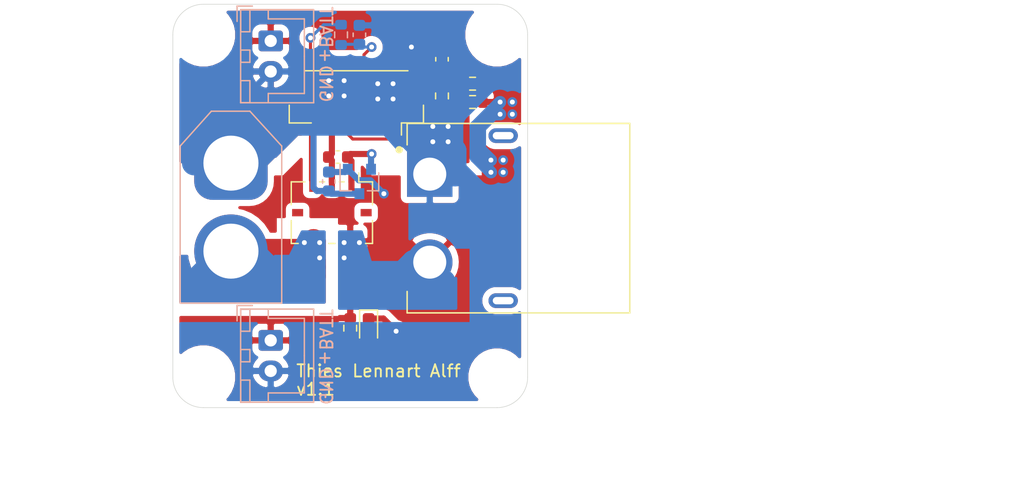
<source format=kicad_pcb>
(kicad_pcb (version 20171130) (host pcbnew 5.1.9)

  (general
    (thickness 1.6)
    (drawings 23)
    (tracks 175)
    (zones 0)
    (modules 21)
    (nets 14)
  )

  (page A4)
  (layers
    (0 F.Cu signal)
    (31 B.Cu signal)
    (32 B.Adhes user)
    (33 F.Adhes user)
    (34 B.Paste user)
    (35 F.Paste user)
    (36 B.SilkS user)
    (37 F.SilkS user)
    (38 B.Mask user)
    (39 F.Mask user)
    (40 Dwgs.User user)
    (41 Cmts.User user)
    (42 Eco1.User user)
    (43 Eco2.User user)
    (44 Edge.Cuts user)
    (45 Margin user)
    (46 B.CrtYd user)
    (47 F.CrtYd user)
    (48 B.Fab user)
    (49 F.Fab user)
  )

  (setup
    (last_trace_width 0.25)
    (user_trace_width 0.5)
    (user_trace_width 0.75)
    (user_trace_width 1)
    (user_trace_width 2)
    (trace_clearance 0.2)
    (zone_clearance 0.508)
    (zone_45_only no)
    (trace_min 0.2)
    (via_size 0.8)
    (via_drill 0.4)
    (via_min_size 0.4)
    (via_min_drill 0.3)
    (uvia_size 0.3)
    (uvia_drill 0.1)
    (uvias_allowed no)
    (uvia_min_size 0.2)
    (uvia_min_drill 0.1)
    (edge_width 0.05)
    (segment_width 0.2)
    (pcb_text_width 0.3)
    (pcb_text_size 1.5 1.5)
    (mod_edge_width 0.12)
    (mod_text_size 1 1)
    (mod_text_width 0.15)
    (pad_size 1.524 1.524)
    (pad_drill 0.762)
    (pad_to_mask_clearance 0)
    (aux_axis_origin 0 0)
    (visible_elements FFFFFF7F)
    (pcbplotparams
      (layerselection 0x010fc_ffffffff)
      (usegerberextensions false)
      (usegerberattributes true)
      (usegerberadvancedattributes true)
      (creategerberjobfile true)
      (excludeedgelayer true)
      (linewidth 0.100000)
      (plotframeref false)
      (viasonmask false)
      (mode 1)
      (useauxorigin false)
      (hpglpennumber 1)
      (hpglpenspeed 20)
      (hpglpendiameter 15.000000)
      (psnegative false)
      (psa4output false)
      (plotreference true)
      (plotvalue true)
      (plotinvisibletext false)
      (padsonsilk false)
      (subtractmaskfromsilk false)
      (outputformat 1)
      (mirror false)
      (drillshape 1)
      (scaleselection 1)
      (outputdirectory ""))
  )

  (net 0 "")
  (net 1 GND)
  (net 2 +3V3)
  (net 3 /CURRENT_SENS)
  (net 4 /VOLTAGE_SENS)
  (net 5 +BATT)
  (net 6 "Net-(U2-Pad4)")
  (net 7 "Net-(U2-Pad7)")
  (net 8 "Net-(D1-Pad2)")
  (net 9 "Net-(R2-Pad2)")
  (net 10 "Net-(R3-Pad1)")
  (net 11 /+BATT_RAW)
  (net 12 "Net-(J5-Pad2)")
  (net 13 "Net-(J5-Pad1)")

  (net_class Default "This is the default net class."
    (clearance 0.2)
    (trace_width 0.25)
    (via_dia 0.8)
    (via_drill 0.4)
    (uvia_dia 0.3)
    (uvia_drill 0.1)
    (add_net +3V3)
    (add_net +BATT)
    (add_net /+BATT_RAW)
    (add_net /CURRENT_SENS)
    (add_net /VOLTAGE_SENS)
    (add_net GND)
    (add_net "Net-(D1-Pad2)")
    (add_net "Net-(J5-Pad1)")
    (add_net "Net-(J5-Pad2)")
    (add_net "Net-(R2-Pad2)")
    (add_net "Net-(R3-Pad1)")
    (add_net "Net-(U2-Pad4)")
    (add_net "Net-(U2-Pad7)")
  )

  (module hippo:MountingHole_2.7mm_M2.5_Masked (layer F.Cu) (tedit 602D292D) (tstamp 602F9B61)
    (at 53 56)
    (descr "Mounting Hole 2.7mm, no annular, M2.5, DIN965")
    (tags "mounting hole 2.7mm no annular m2.5 din965")
    (path /6030D0BC)
    (attr virtual)
    (fp_text reference H4 (at 0 -3.35) (layer F.SilkS) hide
      (effects (font (size 1 1) (thickness 0.15)))
    )
    (fp_text value MountingHole (at 0 3.35) (layer F.Fab)
      (effects (font (size 1 1) (thickness 0.15)))
    )
    (fp_circle (center 0 0) (end 2.35 0) (layer Cmts.User) (width 0.15))
    (fp_circle (center 0 0) (end 2.6 0) (layer F.CrtYd) (width 0.05))
    (fp_text user %R (at 0.3 0) (layer F.Fab)
      (effects (font (size 1 1) (thickness 0.15)))
    )
    (pad "" np_thru_hole circle (at 0 0) (size 2.7 2.7) (drill 2.7) (layers *.Cu *.Mask)
      (solder_mask_margin 1) (clearance 1.25))
  )

  (module hippo:MountingHole_2.7mm_M2.5_Masked (layer F.Cu) (tedit 602D292D) (tstamp 602F93BA)
    (at 29 84)
    (descr "Mounting Hole 2.7mm, no annular, M2.5, DIN965")
    (tags "mounting hole 2.7mm no annular m2.5 din965")
    (path /6026A542)
    (attr virtual)
    (fp_text reference H2 (at 0 -3.35) (layer F.SilkS) hide
      (effects (font (size 1 1) (thickness 0.15)))
    )
    (fp_text value MountingHole (at 0 3.35) (layer F.Fab)
      (effects (font (size 1 1) (thickness 0.15)))
    )
    (fp_circle (center 0 0) (end 2.35 0) (layer Cmts.User) (width 0.15))
    (fp_circle (center 0 0) (end 2.6 0) (layer F.CrtYd) (width 0.05))
    (fp_text user %R (at 0.3 0) (layer F.Fab)
      (effects (font (size 1 1) (thickness 0.15)))
    )
    (pad "" np_thru_hole circle (at 0 0) (size 2.7 2.7) (drill 2.7) (layers *.Cu *.Mask)
      (solder_mask_margin 1) (clearance 1.25))
  )

  (module hippo:MountingHole_2.7mm_M2.5_Masked (layer F.Cu) (tedit 602D292D) (tstamp 602F93B2)
    (at 29 56)
    (descr "Mounting Hole 2.7mm, no annular, M2.5, DIN965")
    (tags "mounting hole 2.7mm no annular m2.5 din965")
    (path /6026A354)
    (attr virtual)
    (fp_text reference H1 (at 0 -3.35) (layer F.SilkS) hide
      (effects (font (size 1 1) (thickness 0.15)))
    )
    (fp_text value MountingHole (at 0 3.35) (layer F.Fab)
      (effects (font (size 1 1) (thickness 0.15)))
    )
    (fp_circle (center 0 0) (end 2.35 0) (layer Cmts.User) (width 0.15))
    (fp_circle (center 0 0) (end 2.6 0) (layer F.CrtYd) (width 0.05))
    (fp_text user %R (at 0.3 0) (layer F.Fab)
      (effects (font (size 1 1) (thickness 0.15)))
    )
    (pad "" np_thru_hole circle (at 0 0) (size 2.7 2.7) (drill 2.7) (layers *.Cu *.Mask)
      (solder_mask_margin 1) (clearance 1.25))
  )

  (module hippo:MountingHole_2.7mm_M2.5_Masked (layer F.Cu) (tedit 602A8283) (tstamp 602F976D)
    (at 53 84)
    (descr "Mounting Hole 2.7mm, no annular, M2.5, DIN965")
    (tags "mounting hole 2.7mm no annular m2.5 din965")
    (path /6026A793)
    (attr virtual)
    (fp_text reference H3 (at 0 -3.35) (layer F.SilkS) hide
      (effects (font (size 1 1) (thickness 0.15)))
    )
    (fp_text value MountingHole (at 0 3.35) (layer F.Fab)
      (effects (font (size 1 1) (thickness 0.15)))
    )
    (fp_circle (center 0 0) (end 2.35 0) (layer Cmts.User) (width 0.15))
    (fp_circle (center 0 0) (end 2.6 0) (layer F.CrtYd) (width 0.05))
    (fp_text user %R (at 0.3 0) (layer F.Fab)
      (effects (font (size 1 1) (thickness 0.15)))
    )
    (pad "" np_thru_hole circle (at 0 0) (size 2.7 2.7) (drill 2.7) (layers *.Cu *.Mask)
      (solder_mask_margin 1) (clearance 1))
  )

  (module Connector_JST:JST_GH_SM06B-GHS-TB_1x06-1MP_P1.25mm_Horizontal (layer F.Cu) (tedit 5B78AD87) (tstamp 6026F4A3)
    (at 41.5 61.5 180)
    (descr "JST GH series connector, SM06B-GHS-TB (http://www.jst-mfg.com/product/pdf/eng/eGH.pdf), generated with kicad-footprint-generator")
    (tags "connector JST GH top entry")
    (path /6027A35E)
    (attr smd)
    (fp_text reference J5 (at 0 -3.9) (layer F.SilkS) hide
      (effects (font (size 1 1) (thickness 0.15)))
    )
    (fp_text value Conn_01x06 (at 0 3.9) (layer F.Fab)
      (effects (font (size 1 1) (thickness 0.15)))
    )
    (fp_line (start -5.375 -1.6) (end 5.375 -1.6) (layer F.Fab) (width 0.1))
    (fp_line (start -5.485 -0.26) (end -5.485 -1.71) (layer F.SilkS) (width 0.12))
    (fp_line (start -5.485 -1.71) (end -3.685 -1.71) (layer F.SilkS) (width 0.12))
    (fp_line (start -3.685 -1.71) (end -3.685 -2.7) (layer F.SilkS) (width 0.12))
    (fp_line (start 5.485 -0.26) (end 5.485 -1.71) (layer F.SilkS) (width 0.12))
    (fp_line (start 5.485 -1.71) (end 3.685 -1.71) (layer F.SilkS) (width 0.12))
    (fp_line (start -4.215 2.56) (end 4.215 2.56) (layer F.SilkS) (width 0.12))
    (fp_line (start -5.375 2.45) (end 5.375 2.45) (layer F.Fab) (width 0.1))
    (fp_line (start -5.375 -1.6) (end -5.375 2.45) (layer F.Fab) (width 0.1))
    (fp_line (start 5.375 -1.6) (end 5.375 2.45) (layer F.Fab) (width 0.1))
    (fp_line (start -5.98 -3.2) (end -5.98 3.2) (layer F.CrtYd) (width 0.05))
    (fp_line (start -5.98 3.2) (end 5.98 3.2) (layer F.CrtYd) (width 0.05))
    (fp_line (start 5.98 3.2) (end 5.98 -3.2) (layer F.CrtYd) (width 0.05))
    (fp_line (start 5.98 -3.2) (end -5.98 -3.2) (layer F.CrtYd) (width 0.05))
    (fp_line (start -3.625 -1.6) (end -3.125 -0.892893) (layer F.Fab) (width 0.1))
    (fp_line (start -3.125 -0.892893) (end -2.625 -1.6) (layer F.Fab) (width 0.1))
    (fp_text user %R (at 0 0) (layer F.Fab)
      (effects (font (size 1 1) (thickness 0.15)))
    )
    (pad MP smd roundrect (at 4.975 1.35 180) (size 1 2.7) (layers F.Cu F.Paste F.Mask) (roundrect_rratio 0.25))
    (pad MP smd roundrect (at -4.975 1.35 180) (size 1 2.7) (layers F.Cu F.Paste F.Mask) (roundrect_rratio 0.25))
    (pad 6 smd roundrect (at 3.125 -1.85 180) (size 0.6 1.7) (layers F.Cu F.Paste F.Mask) (roundrect_rratio 0.25)
      (net 1 GND))
    (pad 5 smd roundrect (at 1.875 -1.85 180) (size 0.6 1.7) (layers F.Cu F.Paste F.Mask) (roundrect_rratio 0.25)
      (net 1 GND))
    (pad 4 smd roundrect (at 0.625 -1.85 180) (size 0.6 1.7) (layers F.Cu F.Paste F.Mask) (roundrect_rratio 0.25)
      (net 4 /VOLTAGE_SENS))
    (pad 3 smd roundrect (at -0.625 -1.85 180) (size 0.6 1.7) (layers F.Cu F.Paste F.Mask) (roundrect_rratio 0.25)
      (net 3 /CURRENT_SENS))
    (pad 2 smd roundrect (at -1.875 -1.85 180) (size 0.6 1.7) (layers F.Cu F.Paste F.Mask) (roundrect_rratio 0.25)
      (net 12 "Net-(J5-Pad2)"))
    (pad 1 smd roundrect (at -3.125 -1.85 180) (size 0.6 1.7) (layers F.Cu F.Paste F.Mask) (roundrect_rratio 0.25)
      (net 13 "Net-(J5-Pad1)"))
    (model ${KISYS3DMOD}/Connector_JST.3dshapes/JST_GH_SM06B-GHS-TB_1x06-1MP_P1.25mm_Horizontal.wrl
      (at (xyz 0 0 0))
      (scale (xyz 1 1 1))
      (rotate (xyz 0 0 0))
    )
  )

  (module Connector_JST:JST_XH_B2B-XH-A_1x02_P2.50mm_Vertical (layer B.Cu) (tedit 5C28146C) (tstamp 602710A2)
    (at 34.5 81 270)
    (descr "JST XH series connector, B2B-XH-A (http://www.jst-mfg.com/product/pdf/eng/eXH.pdf), generated with kicad-footprint-generator")
    (tags "connector JST XH vertical")
    (path /5FE150FB)
    (fp_text reference J4 (at 1.25 3.55 270) (layer B.SilkS) hide
      (effects (font (size 1 1) (thickness 0.15)) (justify mirror))
    )
    (fp_text value JST-XH (at 1.25 -4.6 270) (layer B.Fab)
      (effects (font (size 1 1) (thickness 0.15)) (justify mirror))
    )
    (fp_line (start -2.45 2.35) (end -2.45 -3.4) (layer B.Fab) (width 0.1))
    (fp_line (start -2.45 -3.4) (end 4.95 -3.4) (layer B.Fab) (width 0.1))
    (fp_line (start 4.95 -3.4) (end 4.95 2.35) (layer B.Fab) (width 0.1))
    (fp_line (start 4.95 2.35) (end -2.45 2.35) (layer B.Fab) (width 0.1))
    (fp_line (start -2.56 2.46) (end -2.56 -3.51) (layer B.SilkS) (width 0.12))
    (fp_line (start -2.56 -3.51) (end 5.06 -3.51) (layer B.SilkS) (width 0.12))
    (fp_line (start 5.06 -3.51) (end 5.06 2.46) (layer B.SilkS) (width 0.12))
    (fp_line (start 5.06 2.46) (end -2.56 2.46) (layer B.SilkS) (width 0.12))
    (fp_line (start -2.95 2.85) (end -2.95 -3.9) (layer B.CrtYd) (width 0.05))
    (fp_line (start -2.95 -3.9) (end 5.45 -3.9) (layer B.CrtYd) (width 0.05))
    (fp_line (start 5.45 -3.9) (end 5.45 2.85) (layer B.CrtYd) (width 0.05))
    (fp_line (start 5.45 2.85) (end -2.95 2.85) (layer B.CrtYd) (width 0.05))
    (fp_line (start -0.625 2.35) (end 0 1.35) (layer B.Fab) (width 0.1))
    (fp_line (start 0 1.35) (end 0.625 2.35) (layer B.Fab) (width 0.1))
    (fp_line (start 0.75 2.45) (end 0.75 1.7) (layer B.SilkS) (width 0.12))
    (fp_line (start 0.75 1.7) (end 1.75 1.7) (layer B.SilkS) (width 0.12))
    (fp_line (start 1.75 1.7) (end 1.75 2.45) (layer B.SilkS) (width 0.12))
    (fp_line (start 1.75 2.45) (end 0.75 2.45) (layer B.SilkS) (width 0.12))
    (fp_line (start -2.55 2.45) (end -2.55 1.7) (layer B.SilkS) (width 0.12))
    (fp_line (start -2.55 1.7) (end -0.75 1.7) (layer B.SilkS) (width 0.12))
    (fp_line (start -0.75 1.7) (end -0.75 2.45) (layer B.SilkS) (width 0.12))
    (fp_line (start -0.75 2.45) (end -2.55 2.45) (layer B.SilkS) (width 0.12))
    (fp_line (start 3.25 2.45) (end 3.25 1.7) (layer B.SilkS) (width 0.12))
    (fp_line (start 3.25 1.7) (end 5.05 1.7) (layer B.SilkS) (width 0.12))
    (fp_line (start 5.05 1.7) (end 5.05 2.45) (layer B.SilkS) (width 0.12))
    (fp_line (start 5.05 2.45) (end 3.25 2.45) (layer B.SilkS) (width 0.12))
    (fp_line (start -2.55 0.2) (end -1.8 0.2) (layer B.SilkS) (width 0.12))
    (fp_line (start -1.8 0.2) (end -1.8 -2.75) (layer B.SilkS) (width 0.12))
    (fp_line (start -1.8 -2.75) (end 1.25 -2.75) (layer B.SilkS) (width 0.12))
    (fp_line (start 5.05 0.2) (end 4.3 0.2) (layer B.SilkS) (width 0.12))
    (fp_line (start 4.3 0.2) (end 4.3 -2.75) (layer B.SilkS) (width 0.12))
    (fp_line (start 4.3 -2.75) (end 1.25 -2.75) (layer B.SilkS) (width 0.12))
    (fp_line (start -1.6 2.75) (end -2.85 2.75) (layer B.SilkS) (width 0.12))
    (fp_line (start -2.85 2.75) (end -2.85 1.5) (layer B.SilkS) (width 0.12))
    (fp_text user %R (at 1.25 -2.7 270) (layer B.Fab)
      (effects (font (size 1 1) (thickness 0.15)) (justify mirror))
    )
    (pad 2 thru_hole oval (at 2.5 0 270) (size 1.7 2) (drill 1) (layers *.Cu *.Mask)
      (net 1 GND))
    (pad 1 thru_hole roundrect (at 0 0 270) (size 1.7 2) (drill 1) (layers *.Cu *.Mask) (roundrect_rratio 0.147059)
      (net 5 +BATT))
    (model ${KISYS3DMOD}/Connector_JST.3dshapes/JST_XH_B2B-XH-A_1x02_P2.50mm_Vertical.wrl
      (at (xyz 0 0 0))
      (scale (xyz 1 1 1))
      (rotate (xyz 0 0 0))
    )
  )

  (module Connector_JST:JST_XH_B2B-XH-A_1x02_P2.50mm_Vertical (layer B.Cu) (tedit 5C28146C) (tstamp 6026F460)
    (at 34.5 56.5 270)
    (descr "JST XH series connector, B2B-XH-A (http://www.jst-mfg.com/product/pdf/eng/eXH.pdf), generated with kicad-footprint-generator")
    (tags "connector JST XH vertical")
    (path /5FE0F487)
    (fp_text reference J3 (at 1.25 3.55 270) (layer B.SilkS) hide
      (effects (font (size 1 1) (thickness 0.15)) (justify mirror))
    )
    (fp_text value JST-XH (at 1.25 -4.6 270) (layer B.Fab)
      (effects (font (size 1 1) (thickness 0.15)) (justify mirror))
    )
    (fp_line (start -2.45 2.35) (end -2.45 -3.4) (layer B.Fab) (width 0.1))
    (fp_line (start -2.45 -3.4) (end 4.95 -3.4) (layer B.Fab) (width 0.1))
    (fp_line (start 4.95 -3.4) (end 4.95 2.35) (layer B.Fab) (width 0.1))
    (fp_line (start 4.95 2.35) (end -2.45 2.35) (layer B.Fab) (width 0.1))
    (fp_line (start -2.56 2.46) (end -2.56 -3.51) (layer B.SilkS) (width 0.12))
    (fp_line (start -2.56 -3.51) (end 5.06 -3.51) (layer B.SilkS) (width 0.12))
    (fp_line (start 5.06 -3.51) (end 5.06 2.46) (layer B.SilkS) (width 0.12))
    (fp_line (start 5.06 2.46) (end -2.56 2.46) (layer B.SilkS) (width 0.12))
    (fp_line (start -2.95 2.85) (end -2.95 -3.9) (layer B.CrtYd) (width 0.05))
    (fp_line (start -2.95 -3.9) (end 5.45 -3.9) (layer B.CrtYd) (width 0.05))
    (fp_line (start 5.45 -3.9) (end 5.45 2.85) (layer B.CrtYd) (width 0.05))
    (fp_line (start 5.45 2.85) (end -2.95 2.85) (layer B.CrtYd) (width 0.05))
    (fp_line (start -0.625 2.35) (end 0 1.35) (layer B.Fab) (width 0.1))
    (fp_line (start 0 1.35) (end 0.625 2.35) (layer B.Fab) (width 0.1))
    (fp_line (start 0.75 2.45) (end 0.75 1.7) (layer B.SilkS) (width 0.12))
    (fp_line (start 0.75 1.7) (end 1.75 1.7) (layer B.SilkS) (width 0.12))
    (fp_line (start 1.75 1.7) (end 1.75 2.45) (layer B.SilkS) (width 0.12))
    (fp_line (start 1.75 2.45) (end 0.75 2.45) (layer B.SilkS) (width 0.12))
    (fp_line (start -2.55 2.45) (end -2.55 1.7) (layer B.SilkS) (width 0.12))
    (fp_line (start -2.55 1.7) (end -0.75 1.7) (layer B.SilkS) (width 0.12))
    (fp_line (start -0.75 1.7) (end -0.75 2.45) (layer B.SilkS) (width 0.12))
    (fp_line (start -0.75 2.45) (end -2.55 2.45) (layer B.SilkS) (width 0.12))
    (fp_line (start 3.25 2.45) (end 3.25 1.7) (layer B.SilkS) (width 0.12))
    (fp_line (start 3.25 1.7) (end 5.05 1.7) (layer B.SilkS) (width 0.12))
    (fp_line (start 5.05 1.7) (end 5.05 2.45) (layer B.SilkS) (width 0.12))
    (fp_line (start 5.05 2.45) (end 3.25 2.45) (layer B.SilkS) (width 0.12))
    (fp_line (start -2.55 0.2) (end -1.8 0.2) (layer B.SilkS) (width 0.12))
    (fp_line (start -1.8 0.2) (end -1.8 -2.75) (layer B.SilkS) (width 0.12))
    (fp_line (start -1.8 -2.75) (end 1.25 -2.75) (layer B.SilkS) (width 0.12))
    (fp_line (start 5.05 0.2) (end 4.3 0.2) (layer B.SilkS) (width 0.12))
    (fp_line (start 4.3 0.2) (end 4.3 -2.75) (layer B.SilkS) (width 0.12))
    (fp_line (start 4.3 -2.75) (end 1.25 -2.75) (layer B.SilkS) (width 0.12))
    (fp_line (start -1.6 2.75) (end -2.85 2.75) (layer B.SilkS) (width 0.12))
    (fp_line (start -2.85 2.75) (end -2.85 1.5) (layer B.SilkS) (width 0.12))
    (fp_text user %R (at 1.25 -2.7 270) (layer B.Fab)
      (effects (font (size 1 1) (thickness 0.15)) (justify mirror))
    )
    (pad 2 thru_hole oval (at 2.5 0 270) (size 1.7 2) (drill 1) (layers *.Cu *.Mask)
      (net 1 GND))
    (pad 1 thru_hole roundrect (at 0 0 270) (size 1.7 2) (drill 1) (layers *.Cu *.Mask) (roundrect_rratio 0.147059)
      (net 5 +BATT))
    (model ${KISYS3DMOD}/Connector_JST.3dshapes/JST_XH_B2B-XH-A_1x02_P2.50mm_Vertical.wrl
      (at (xyz 0 0 0))
      (scale (xyz 1 1 1))
      (rotate (xyz 0 0 0))
    )
  )

  (module Capacitor_SMD:C_0603_1608Metric (layer B.Cu) (tedit 5F68FEEE) (tstamp 6026F3C1)
    (at 39.25 68 270)
    (descr "Capacitor SMD 0603 (1608 Metric), square (rectangular) end terminal, IPC_7351 nominal, (Body size source: IPC-SM-782 page 76, https://www.pcb-3d.com/wordpress/wp-content/uploads/ipc-sm-782a_amendment_1_and_2.pdf), generated with kicad-footprint-generator")
    (tags capacitor)
    (path /5FE1EB83)
    (attr smd)
    (fp_text reference C1 (at 0 1.43 270) (layer B.SilkS) hide
      (effects (font (size 1 1) (thickness 0.15)) (justify mirror))
    )
    (fp_text value 100nF (at 0 -1.43 270) (layer B.Fab)
      (effects (font (size 1 1) (thickness 0.15)) (justify mirror))
    )
    (fp_line (start -0.8 -0.4) (end -0.8 0.4) (layer B.Fab) (width 0.1))
    (fp_line (start -0.8 0.4) (end 0.8 0.4) (layer B.Fab) (width 0.1))
    (fp_line (start 0.8 0.4) (end 0.8 -0.4) (layer B.Fab) (width 0.1))
    (fp_line (start 0.8 -0.4) (end -0.8 -0.4) (layer B.Fab) (width 0.1))
    (fp_line (start -0.14058 0.51) (end 0.14058 0.51) (layer B.SilkS) (width 0.12))
    (fp_line (start -0.14058 -0.51) (end 0.14058 -0.51) (layer B.SilkS) (width 0.12))
    (fp_line (start -1.48 -0.73) (end -1.48 0.73) (layer B.CrtYd) (width 0.05))
    (fp_line (start -1.48 0.73) (end 1.48 0.73) (layer B.CrtYd) (width 0.05))
    (fp_line (start 1.48 0.73) (end 1.48 -0.73) (layer B.CrtYd) (width 0.05))
    (fp_line (start 1.48 -0.73) (end -1.48 -0.73) (layer B.CrtYd) (width 0.05))
    (fp_text user %R (at 0 0 270) (layer B.Fab)
      (effects (font (size 0.4 0.4) (thickness 0.06)) (justify mirror))
    )
    (pad 2 smd roundrect (at 0.775 0 270) (size 0.9 0.95) (layers B.Cu B.Paste B.Mask) (roundrect_rratio 0.25)
      (net 1 GND))
    (pad 1 smd roundrect (at -0.775 0 270) (size 0.9 0.95) (layers B.Cu B.Paste B.Mask) (roundrect_rratio 0.25)
      (net 5 +BATT))
    (model ${KISYS3DMOD}/Capacitor_SMD.3dshapes/C_0603_1608Metric.wrl
      (at (xyz 0 0 0))
      (scale (xyz 1 1 1))
      (rotate (xyz 0 0 0))
    )
  )

  (module Capacitor_SMD:C_0603_1608Metric (layer F.Cu) (tedit 5F68FEEE) (tstamp 6026F3D2)
    (at 40 66 180)
    (descr "Capacitor SMD 0603 (1608 Metric), square (rectangular) end terminal, IPC_7351 nominal, (Body size source: IPC-SM-782 page 76, https://www.pcb-3d.com/wordpress/wp-content/uploads/ipc-sm-782a_amendment_1_and_2.pdf), generated with kicad-footprint-generator")
    (tags capacitor)
    (path /5FDE5982)
    (attr smd)
    (fp_text reference C2 (at 0 -1.43 270) (layer F.SilkS) hide
      (effects (font (size 1 1) (thickness 0.15)))
    )
    (fp_text value 100nF (at 0 1.43) (layer F.Fab)
      (effects (font (size 1 1) (thickness 0.15)))
    )
    (fp_line (start -0.8 0.4) (end -0.8 -0.4) (layer F.Fab) (width 0.1))
    (fp_line (start -0.8 -0.4) (end 0.8 -0.4) (layer F.Fab) (width 0.1))
    (fp_line (start 0.8 -0.4) (end 0.8 0.4) (layer F.Fab) (width 0.1))
    (fp_line (start 0.8 0.4) (end -0.8 0.4) (layer F.Fab) (width 0.1))
    (fp_line (start -0.14058 -0.51) (end 0.14058 -0.51) (layer F.SilkS) (width 0.12))
    (fp_line (start -0.14058 0.51) (end 0.14058 0.51) (layer F.SilkS) (width 0.12))
    (fp_line (start -1.48 0.73) (end -1.48 -0.73) (layer F.CrtYd) (width 0.05))
    (fp_line (start -1.48 -0.73) (end 1.48 -0.73) (layer F.CrtYd) (width 0.05))
    (fp_line (start 1.48 -0.73) (end 1.48 0.73) (layer F.CrtYd) (width 0.05))
    (fp_line (start 1.48 0.73) (end -1.48 0.73) (layer F.CrtYd) (width 0.05))
    (fp_text user %R (at 0 0 90) (layer F.Fab)
      (effects (font (size 0.4 0.4) (thickness 0.06)))
    )
    (pad 2 smd roundrect (at 0.775 0 180) (size 0.9 0.95) (layers F.Cu F.Paste F.Mask) (roundrect_rratio 0.25)
      (net 1 GND))
    (pad 1 smd roundrect (at -0.775 0 180) (size 0.9 0.95) (layers F.Cu F.Paste F.Mask) (roundrect_rratio 0.25)
      (net 2 +3V3))
    (model ${KISYS3DMOD}/Capacitor_SMD.3dshapes/C_0603_1608Metric.wrl
      (at (xyz 0 0 0))
      (scale (xyz 1 1 1))
      (rotate (xyz 0 0 0))
    )
  )

  (module Capacitor_SMD:C_0603_1608Metric (layer B.Cu) (tedit 5F68FEEE) (tstamp 6026F3E3)
    (at 41.75 56 90)
    (descr "Capacitor SMD 0603 (1608 Metric), square (rectangular) end terminal, IPC_7351 nominal, (Body size source: IPC-SM-782 page 76, https://www.pcb-3d.com/wordpress/wp-content/uploads/ipc-sm-782a_amendment_1_and_2.pdf), generated with kicad-footprint-generator")
    (tags capacitor)
    (path /5FDE8F1C)
    (attr smd)
    (fp_text reference C3 (at 0 1.43 270) (layer B.SilkS) hide
      (effects (font (size 1 1) (thickness 0.15)) (justify mirror))
    )
    (fp_text value 100nF (at 0 -1.43 270) (layer B.Fab)
      (effects (font (size 1 1) (thickness 0.15)) (justify mirror))
    )
    (fp_line (start 1.48 -0.73) (end -1.48 -0.73) (layer B.CrtYd) (width 0.05))
    (fp_line (start 1.48 0.73) (end 1.48 -0.73) (layer B.CrtYd) (width 0.05))
    (fp_line (start -1.48 0.73) (end 1.48 0.73) (layer B.CrtYd) (width 0.05))
    (fp_line (start -1.48 -0.73) (end -1.48 0.73) (layer B.CrtYd) (width 0.05))
    (fp_line (start -0.14058 -0.51) (end 0.14058 -0.51) (layer B.SilkS) (width 0.12))
    (fp_line (start -0.14058 0.51) (end 0.14058 0.51) (layer B.SilkS) (width 0.12))
    (fp_line (start 0.8 -0.4) (end -0.8 -0.4) (layer B.Fab) (width 0.1))
    (fp_line (start 0.8 0.4) (end 0.8 -0.4) (layer B.Fab) (width 0.1))
    (fp_line (start -0.8 0.4) (end 0.8 0.4) (layer B.Fab) (width 0.1))
    (fp_line (start -0.8 -0.4) (end -0.8 0.4) (layer B.Fab) (width 0.1))
    (fp_text user %R (at 0 0 270) (layer B.Fab)
      (effects (font (size 0.4 0.4) (thickness 0.06)) (justify mirror))
    )
    (pad 1 smd roundrect (at -0.775 0 90) (size 0.9 0.95) (layers B.Cu B.Paste B.Mask) (roundrect_rratio 0.25)
      (net 3 /CURRENT_SENS))
    (pad 2 smd roundrect (at 0.775 0 90) (size 0.9 0.95) (layers B.Cu B.Paste B.Mask) (roundrect_rratio 0.25)
      (net 1 GND))
    (model ${KISYS3DMOD}/Capacitor_SMD.3dshapes/C_0603_1608Metric.wrl
      (at (xyz 0 0 0))
      (scale (xyz 1 1 1))
      (rotate (xyz 0 0 0))
    )
  )

  (module Capacitor_SMD:C_0603_1608Metric (layer F.Cu) (tedit 5F68FEEE) (tstamp 6026F3F4)
    (at 48.5 58 90)
    (descr "Capacitor SMD 0603 (1608 Metric), square (rectangular) end terminal, IPC_7351 nominal, (Body size source: IPC-SM-782 page 76, https://www.pcb-3d.com/wordpress/wp-content/uploads/ipc-sm-782a_amendment_1_and_2.pdf), generated with kicad-footprint-generator")
    (tags capacitor)
    (path /5FDFAC5C)
    (attr smd)
    (fp_text reference C4 (at 0 -1.43 90) (layer F.SilkS) hide
      (effects (font (size 1 1) (thickness 0.15)))
    )
    (fp_text value 100nF (at 0 1.43 90) (layer F.Fab)
      (effects (font (size 1 1) (thickness 0.15)))
    )
    (fp_line (start -0.8 0.4) (end -0.8 -0.4) (layer F.Fab) (width 0.1))
    (fp_line (start -0.8 -0.4) (end 0.8 -0.4) (layer F.Fab) (width 0.1))
    (fp_line (start 0.8 -0.4) (end 0.8 0.4) (layer F.Fab) (width 0.1))
    (fp_line (start 0.8 0.4) (end -0.8 0.4) (layer F.Fab) (width 0.1))
    (fp_line (start -0.14058 -0.51) (end 0.14058 -0.51) (layer F.SilkS) (width 0.12))
    (fp_line (start -0.14058 0.51) (end 0.14058 0.51) (layer F.SilkS) (width 0.12))
    (fp_line (start -1.48 0.73) (end -1.48 -0.73) (layer F.CrtYd) (width 0.05))
    (fp_line (start -1.48 -0.73) (end 1.48 -0.73) (layer F.CrtYd) (width 0.05))
    (fp_line (start 1.48 -0.73) (end 1.48 0.73) (layer F.CrtYd) (width 0.05))
    (fp_line (start 1.48 0.73) (end -1.48 0.73) (layer F.CrtYd) (width 0.05))
    (fp_text user %R (at 0 0 90) (layer F.Fab)
      (effects (font (size 0.4 0.4) (thickness 0.06)))
    )
    (pad 2 smd roundrect (at 0.775 0 90) (size 0.9 0.95) (layers F.Cu F.Paste F.Mask) (roundrect_rratio 0.25)
      (net 1 GND))
    (pad 1 smd roundrect (at -0.775 0 90) (size 0.9 0.95) (layers F.Cu F.Paste F.Mask) (roundrect_rratio 0.25)
      (net 4 /VOLTAGE_SENS))
    (model ${KISYS3DMOD}/Capacitor_SMD.3dshapes/C_0603_1608Metric.wrl
      (at (xyz 0 0 0))
      (scale (xyz 1 1 1))
      (rotate (xyz 0 0 0))
    )
  )

  (module Diode_SMD:D_0603_1608Metric (layer F.Cu) (tedit 5F68FEF0) (tstamp 602A6D42)
    (at 42.5 80 270)
    (descr "Diode SMD 0603 (1608 Metric), square (rectangular) end terminal, IPC_7351 nominal, (Body size source: http://www.tortai-tech.com/upload/download/2011102023233369053.pdf), generated with kicad-footprint-generator")
    (tags diode)
    (path /6027FF65)
    (attr smd)
    (fp_text reference D1 (at 0 -1.43 90) (layer F.SilkS) hide
      (effects (font (size 1 1) (thickness 0.15)))
    )
    (fp_text value SML-D15MWT86 (at 0 1.43 90) (layer F.Fab)
      (effects (font (size 1 1) (thickness 0.15)))
    )
    (fp_line (start 1.48 0.73) (end -1.48 0.73) (layer F.CrtYd) (width 0.05))
    (fp_line (start 1.48 -0.73) (end 1.48 0.73) (layer F.CrtYd) (width 0.05))
    (fp_line (start -1.48 -0.73) (end 1.48 -0.73) (layer F.CrtYd) (width 0.05))
    (fp_line (start -1.48 0.73) (end -1.48 -0.73) (layer F.CrtYd) (width 0.05))
    (fp_line (start -1.485 0.735) (end 0.8 0.735) (layer F.SilkS) (width 0.12))
    (fp_line (start -1.485 -0.735) (end -1.485 0.735) (layer F.SilkS) (width 0.12))
    (fp_line (start 0.8 -0.735) (end -1.485 -0.735) (layer F.SilkS) (width 0.12))
    (fp_line (start 0.8 0.4) (end 0.8 -0.4) (layer F.Fab) (width 0.1))
    (fp_line (start -0.8 0.4) (end 0.8 0.4) (layer F.Fab) (width 0.1))
    (fp_line (start -0.8 -0.1) (end -0.8 0.4) (layer F.Fab) (width 0.1))
    (fp_line (start -0.5 -0.4) (end -0.8 -0.1) (layer F.Fab) (width 0.1))
    (fp_line (start 0.8 -0.4) (end -0.5 -0.4) (layer F.Fab) (width 0.1))
    (fp_text user %R (at 0 0 90) (layer F.Fab)
      (effects (font (size 0.4 0.4) (thickness 0.06)))
    )
    (pad 1 smd roundrect (at -0.7875 0 270) (size 0.875 0.95) (layers F.Cu F.Paste F.Mask) (roundrect_rratio 0.25)
      (net 1 GND))
    (pad 2 smd roundrect (at 0.7875 0 270) (size 0.875 0.95) (layers F.Cu F.Paste F.Mask) (roundrect_rratio 0.25)
      (net 8 "Net-(D1-Pad2)"))
    (model ${KISYS3DMOD}/Diode_SMD.3dshapes/D_0603_1608Metric.wrl
      (at (xyz 0 0 0))
      (scale (xyz 1 1 1))
      (rotate (xyz 0 0 0))
    )
  )

  (module hippo:AMASS_XT60PW-M (layer F.Cu) (tedit 5FDD0FDD) (tstamp 6026F41E)
    (at 53.5 71 270)
    (path /60272EA0)
    (fp_text reference J1 (at -4.62702 -11.33998 90) (layer F.SilkS) hide
      (effects (font (size 1.000441 1.000441) (thickness 0.015)))
    )
    (fp_text value XT60PW-M (at 1.09188 9.5816 90) (layer F.Fab)
      (effects (font (size 1.001732 1.001732) (thickness 0.015)))
    )
    (fp_line (start -7.75 -10.35) (end -7.75 7.85) (layer F.Fab) (width 0.127))
    (fp_line (start -7.75 7.85) (end 7.75 7.85) (layer F.Fab) (width 0.127))
    (fp_line (start 7.75 7.85) (end 7.75 -10.35) (layer F.Fab) (width 0.127))
    (fp_line (start 7.75 -10.35) (end -7.75 -10.35) (layer F.Fab) (width 0.127))
    (fp_line (start -7.75 -10.35) (end -7.75 7.85) (layer F.SilkS) (width 0.127))
    (fp_line (start 7.75 -10.35) (end -7.75 -10.35) (layer F.SilkS) (width 0.127))
    (fp_line (start 7.75 7.85) (end 7.75 -10.35) (layer F.SilkS) (width 0.127))
    (fp_line (start -7.75 7.85) (end -6 7.85) (layer F.SilkS) (width 0.127))
    (fp_line (start 7.75 7.85) (end 6 7.85) (layer F.SilkS) (width 0.127))
    (fp_circle (center -5.6 8.5) (end -5.45 8.5) (layer F.SilkS) (width 0.3))
    (fp_circle (center -5.6 8.5) (end -5.45 8.5) (layer F.Fab) (width 0.3))
    (fp_line (start -8 -10.6) (end 8 -10.6) (layer F.CrtYd) (width 0.05))
    (fp_line (start 8 -10.6) (end 8 8.1) (layer F.CrtYd) (width 0.05))
    (fp_line (start 8 8.1) (end -8 8.1) (layer F.CrtYd) (width 0.05))
    (fp_line (start -8 8.1) (end -8 -10.6) (layer F.CrtYd) (width 0.05))
    (pad S2 thru_hole oval (at 6.75 0 270) (size 1.2 2.4) (drill oval 0.6 1.7) (layers *.Cu *.Mask))
    (pad S1 thru_hole oval (at -6.75 0 270) (size 1.2 2.4) (drill oval 0.6 1.7) (layers *.Cu *.Mask))
    (pad 2 thru_hole circle (at 3.6 6 270) (size 3.716 3.716) (drill 2.7) (layers *.Cu *.Mask)
      (net 5 +BATT))
    (pad 1 thru_hole rect (at -3.6 6 270) (size 3.716 3.716) (drill 2.7) (layers *.Cu *.Mask)
      (net 1 GND))
    (model ${KIPRJMOD}/../hippo_lib/3d/XT60PW-M.step
      (offset (xyz 0 9.25 4))
      (scale (xyz 1 1 1))
      (rotate (xyz -90 0 180))
    )
  )

  (module Connector_AMASS:AMASS_XT60-M_1x02_P7.20mm_Vertical (layer B.Cu) (tedit 5D6C1D36) (tstamp 6026F437)
    (at 31.25 66.5 270)
    (descr "AMASS female XT60, through hole, vertical, https://www.tme.eu/Document/2d152ced3b7a446066e6c419d84bb460/XT60%20SPEC.pdf")
    (tags "XT60 female vertical")
    (path /5FDCE326)
    (fp_text reference J2 (at 3.6 5.3 90) (layer B.SilkS) hide
      (effects (font (size 1 1) (thickness 0.15)) (justify mirror))
    )
    (fp_text value XT60U-M (at 3.6 -5.4 270) (layer B.Fab)
      (effects (font (size 1 1) (thickness 0.15)) (justify mirror))
    )
    (fp_line (start 11.45 4.15) (end -1.4 4.15) (layer B.SilkS) (width 0.12))
    (fp_line (start -4.25 1.6) (end -4.25 -1.55) (layer B.SilkS) (width 0.12))
    (fp_line (start -1.4 -4.15) (end 11.45 -4.15) (layer B.SilkS) (width 0.12))
    (fp_line (start 11.45 -4.15) (end 11.45 4.15) (layer B.SilkS) (width 0.12))
    (fp_line (start -1.4 4.15) (end -4.25 1.6) (layer B.SilkS) (width 0.12))
    (fp_line (start -4.25 -1.55) (end -1.4 -4.15) (layer B.SilkS) (width 0.12))
    (fp_line (start 11.35 4.05) (end -1.4 4.05) (layer B.Fab) (width 0.12))
    (fp_line (start -1.4 4.05) (end -4.15 1.55) (layer B.Fab) (width 0.12))
    (fp_line (start -4.15 1.55) (end -4.15 -1.55) (layer B.Fab) (width 0.12))
    (fp_line (start -4.15 -1.55) (end -1.4 -4.05) (layer B.Fab) (width 0.12))
    (fp_line (start -1.4 -4.05) (end 11.35 -4.05) (layer B.Fab) (width 0.12))
    (fp_line (start 11.35 -4.05) (end 11.35 4.05) (layer B.Fab) (width 0.12))
    (fp_line (start 11.85 4.6) (end 11.85 -4.6) (layer B.CrtYd) (width 0.05))
    (fp_line (start 11.85 -4.6) (end -1.6 -4.6) (layer B.CrtYd) (width 0.05))
    (fp_line (start -1.6 -4.6) (end -4.65 -1.85) (layer B.CrtYd) (width 0.05))
    (fp_line (start -4.65 -1.85) (end -4.65 1.85) (layer B.CrtYd) (width 0.05))
    (fp_line (start -4.65 1.85) (end -1.6 4.6) (layer B.CrtYd) (width 0.05))
    (fp_line (start -1.6 4.6) (end 11.85 4.6) (layer B.CrtYd) (width 0.05))
    (fp_text user %R (at 3.6 -0.05 270) (layer B.Fab)
      (effects (font (size 1 1) (thickness 0.15)) (justify mirror))
    )
    (pad 2 thru_hole circle (at 7.2 0 270) (size 6 6) (drill 4.5) (layers *.Cu *.Mask)
      (net 11 /+BATT_RAW))
    (pad 1 thru_hole roundrect (at 0 0 270) (size 6 6) (drill 4.5) (layers *.Cu *.Mask) (roundrect_rratio 0.25)
      (net 1 GND))
    (model ${KISYS3DMOD}/Connector_AMASS.3dshapes/AMASS_XT60-M_1x02_P7.2mm_Vertical.wrl
      (at (xyz 0 0 0))
      (scale (xyz 1 1 1))
      (rotate (xyz 0 0 0))
    )
  )

  (module Resistor_SMD:R_0603_1608Metric (layer F.Cu) (tedit 5F68FEEE) (tstamp 602A6D76)
    (at 41 80 90)
    (descr "Resistor SMD 0603 (1608 Metric), square (rectangular) end terminal, IPC_7351 nominal, (Body size source: IPC-SM-782 page 72, https://www.pcb-3d.com/wordpress/wp-content/uploads/ipc-sm-782a_amendment_1_and_2.pdf), generated with kicad-footprint-generator")
    (tags resistor)
    (path /60280691)
    (attr smd)
    (fp_text reference R1 (at 0 -1.43 90) (layer F.SilkS) hide
      (effects (font (size 1 1) (thickness 0.15)))
    )
    (fp_text value 1k (at 0 1.43 90) (layer F.Fab)
      (effects (font (size 1 1) (thickness 0.15)))
    )
    (fp_line (start 1.48 0.73) (end -1.48 0.73) (layer F.CrtYd) (width 0.05))
    (fp_line (start 1.48 -0.73) (end 1.48 0.73) (layer F.CrtYd) (width 0.05))
    (fp_line (start -1.48 -0.73) (end 1.48 -0.73) (layer F.CrtYd) (width 0.05))
    (fp_line (start -1.48 0.73) (end -1.48 -0.73) (layer F.CrtYd) (width 0.05))
    (fp_line (start -0.237258 0.5225) (end 0.237258 0.5225) (layer F.SilkS) (width 0.12))
    (fp_line (start -0.237258 -0.5225) (end 0.237258 -0.5225) (layer F.SilkS) (width 0.12))
    (fp_line (start 0.8 0.4125) (end -0.8 0.4125) (layer F.Fab) (width 0.1))
    (fp_line (start 0.8 -0.4125) (end 0.8 0.4125) (layer F.Fab) (width 0.1))
    (fp_line (start -0.8 -0.4125) (end 0.8 -0.4125) (layer F.Fab) (width 0.1))
    (fp_line (start -0.8 0.4125) (end -0.8 -0.4125) (layer F.Fab) (width 0.1))
    (fp_text user %R (at 0 0 90) (layer F.Fab)
      (effects (font (size 0.4 0.4) (thickness 0.06)))
    )
    (pad 1 smd roundrect (at -0.825 0 90) (size 0.8 0.95) (layers F.Cu F.Paste F.Mask) (roundrect_rratio 0.25)
      (net 8 "Net-(D1-Pad2)"))
    (pad 2 smd roundrect (at 0.825 0 90) (size 0.8 0.95) (layers F.Cu F.Paste F.Mask) (roundrect_rratio 0.25)
      (net 5 +BATT))
    (model ${KISYS3DMOD}/Resistor_SMD.3dshapes/R_0603_1608Metric.wrl
      (at (xyz 0 0 0))
      (scale (xyz 1 1 1))
      (rotate (xyz 0 0 0))
    )
  )

  (module Resistor_SMD:R_0603_1608Metric (layer B.Cu) (tedit 5F68FEEE) (tstamp 6026F4C5)
    (at 40.25 56 90)
    (descr "Resistor SMD 0603 (1608 Metric), square (rectangular) end terminal, IPC_7351 nominal, (Body size source: IPC-SM-782 page 72, https://www.pcb-3d.com/wordpress/wp-content/uploads/ipc-sm-782a_amendment_1_and_2.pdf), generated with kicad-footprint-generator")
    (tags resistor)
    (path /5FDE8055)
    (attr smd)
    (fp_text reference R2 (at 0 1.43 270) (layer B.SilkS) hide
      (effects (font (size 1 1) (thickness 0.15)) (justify mirror))
    )
    (fp_text value 1k (at 0 -1.43 270) (layer B.Fab)
      (effects (font (size 1 1) (thickness 0.15)) (justify mirror))
    )
    (fp_line (start 1.48 -0.73) (end -1.48 -0.73) (layer B.CrtYd) (width 0.05))
    (fp_line (start 1.48 0.73) (end 1.48 -0.73) (layer B.CrtYd) (width 0.05))
    (fp_line (start -1.48 0.73) (end 1.48 0.73) (layer B.CrtYd) (width 0.05))
    (fp_line (start -1.48 -0.73) (end -1.48 0.73) (layer B.CrtYd) (width 0.05))
    (fp_line (start -0.237258 -0.5225) (end 0.237258 -0.5225) (layer B.SilkS) (width 0.12))
    (fp_line (start -0.237258 0.5225) (end 0.237258 0.5225) (layer B.SilkS) (width 0.12))
    (fp_line (start 0.8 -0.4125) (end -0.8 -0.4125) (layer B.Fab) (width 0.1))
    (fp_line (start 0.8 0.4125) (end 0.8 -0.4125) (layer B.Fab) (width 0.1))
    (fp_line (start -0.8 0.4125) (end 0.8 0.4125) (layer B.Fab) (width 0.1))
    (fp_line (start -0.8 -0.4125) (end -0.8 0.4125) (layer B.Fab) (width 0.1))
    (fp_text user %R (at 0 0 270) (layer B.Fab)
      (effects (font (size 0.4 0.4) (thickness 0.06)) (justify mirror))
    )
    (pad 1 smd roundrect (at -0.825 0 90) (size 0.8 0.95) (layers B.Cu B.Paste B.Mask) (roundrect_rratio 0.25)
      (net 3 /CURRENT_SENS))
    (pad 2 smd roundrect (at 0.825 0 90) (size 0.8 0.95) (layers B.Cu B.Paste B.Mask) (roundrect_rratio 0.25)
      (net 9 "Net-(R2-Pad2)"))
    (model ${KISYS3DMOD}/Resistor_SMD.3dshapes/R_0603_1608Metric.wrl
      (at (xyz 0 0 0))
      (scale (xyz 1 1 1))
      (rotate (xyz 0 0 0))
    )
  )

  (module Resistor_SMD:R_0603_1608Metric (layer F.Cu) (tedit 5F68FEEE) (tstamp 6026F4D6)
    (at 48.5 61 90)
    (descr "Resistor SMD 0603 (1608 Metric), square (rectangular) end terminal, IPC_7351 nominal, (Body size source: IPC-SM-782 page 72, https://www.pcb-3d.com/wordpress/wp-content/uploads/ipc-sm-782a_amendment_1_and_2.pdf), generated with kicad-footprint-generator")
    (tags resistor)
    (path /5FDFA2BB)
    (attr smd)
    (fp_text reference R3 (at 0 -1.43 90) (layer F.SilkS) hide
      (effects (font (size 1 1) (thickness 0.15)))
    )
    (fp_text value 1k (at 0 1.43 90) (layer F.Fab)
      (effects (font (size 1 1) (thickness 0.15)))
    )
    (fp_line (start -0.8 0.4125) (end -0.8 -0.4125) (layer F.Fab) (width 0.1))
    (fp_line (start -0.8 -0.4125) (end 0.8 -0.4125) (layer F.Fab) (width 0.1))
    (fp_line (start 0.8 -0.4125) (end 0.8 0.4125) (layer F.Fab) (width 0.1))
    (fp_line (start 0.8 0.4125) (end -0.8 0.4125) (layer F.Fab) (width 0.1))
    (fp_line (start -0.237258 -0.5225) (end 0.237258 -0.5225) (layer F.SilkS) (width 0.12))
    (fp_line (start -0.237258 0.5225) (end 0.237258 0.5225) (layer F.SilkS) (width 0.12))
    (fp_line (start -1.48 0.73) (end -1.48 -0.73) (layer F.CrtYd) (width 0.05))
    (fp_line (start -1.48 -0.73) (end 1.48 -0.73) (layer F.CrtYd) (width 0.05))
    (fp_line (start 1.48 -0.73) (end 1.48 0.73) (layer F.CrtYd) (width 0.05))
    (fp_line (start 1.48 0.73) (end -1.48 0.73) (layer F.CrtYd) (width 0.05))
    (fp_text user %R (at 0 0 90) (layer B.Fab)
      (effects (font (size 0.4 0.4) (thickness 0.06)) (justify mirror))
    )
    (pad 2 smd roundrect (at 0.825 0 90) (size 0.8 0.95) (layers F.Cu F.Paste F.Mask) (roundrect_rratio 0.25)
      (net 4 /VOLTAGE_SENS))
    (pad 1 smd roundrect (at -0.825 0 90) (size 0.8 0.95) (layers F.Cu F.Paste F.Mask) (roundrect_rratio 0.25)
      (net 10 "Net-(R3-Pad1)"))
    (model ${KISYS3DMOD}/Resistor_SMD.3dshapes/R_0603_1608Metric.wrl
      (at (xyz 0 0 0))
      (scale (xyz 1 1 1))
      (rotate (xyz 0 0 0))
    )
  )

  (module Resistor_SMD:R_0603_1608Metric (layer F.Cu) (tedit 5F68FEEE) (tstamp 602A725E)
    (at 51 61.5 180)
    (descr "Resistor SMD 0603 (1608 Metric), square (rectangular) end terminal, IPC_7351 nominal, (Body size source: IPC-SM-782 page 72, https://www.pcb-3d.com/wordpress/wp-content/uploads/ipc-sm-782a_amendment_1_and_2.pdf), generated with kicad-footprint-generator")
    (tags resistor)
    (path /5FDF23D9)
    (attr smd)
    (fp_text reference R4 (at 0 -1.43) (layer F.SilkS) hide
      (effects (font (size 1 1) (thickness 0.15)))
    )
    (fp_text value 100k (at 0 1.43) (layer F.Fab)
      (effects (font (size 1 1) (thickness 0.15)))
    )
    (fp_line (start -0.8 0.4125) (end -0.8 -0.4125) (layer F.Fab) (width 0.1))
    (fp_line (start -0.8 -0.4125) (end 0.8 -0.4125) (layer F.Fab) (width 0.1))
    (fp_line (start 0.8 -0.4125) (end 0.8 0.4125) (layer F.Fab) (width 0.1))
    (fp_line (start 0.8 0.4125) (end -0.8 0.4125) (layer F.Fab) (width 0.1))
    (fp_line (start -0.237258 -0.5225) (end 0.237258 -0.5225) (layer F.SilkS) (width 0.12))
    (fp_line (start -0.237258 0.5225) (end 0.237258 0.5225) (layer F.SilkS) (width 0.12))
    (fp_line (start -1.48 0.73) (end -1.48 -0.73) (layer F.CrtYd) (width 0.05))
    (fp_line (start -1.48 -0.73) (end 1.48 -0.73) (layer F.CrtYd) (width 0.05))
    (fp_line (start 1.48 -0.73) (end 1.48 0.73) (layer F.CrtYd) (width 0.05))
    (fp_line (start 1.48 0.73) (end -1.48 0.73) (layer F.CrtYd) (width 0.05))
    (fp_text user %R (at 0 0) (layer F.Fab)
      (effects (font (size 0.4 0.4) (thickness 0.06)))
    )
    (pad 2 smd roundrect (at 0.825 0 180) (size 0.8 0.95) (layers F.Cu F.Paste F.Mask) (roundrect_rratio 0.25)
      (net 10 "Net-(R3-Pad1)"))
    (pad 1 smd roundrect (at -0.825 0 180) (size 0.8 0.95) (layers F.Cu F.Paste F.Mask) (roundrect_rratio 0.25)
      (net 5 +BATT))
    (model ${KISYS3DMOD}/Resistor_SMD.3dshapes/R_0603_1608Metric.wrl
      (at (xyz 0 0 0))
      (scale (xyz 1 1 1))
      (rotate (xyz 0 0 0))
    )
  )

  (module Resistor_SMD:R_0603_1608Metric (layer F.Cu) (tedit 5F68FEEE) (tstamp 6026F4F8)
    (at 51 60)
    (descr "Resistor SMD 0603 (1608 Metric), square (rectangular) end terminal, IPC_7351 nominal, (Body size source: IPC-SM-782 page 72, https://www.pcb-3d.com/wordpress/wp-content/uploads/ipc-sm-782a_amendment_1_and_2.pdf), generated with kicad-footprint-generator")
    (tags resistor)
    (path /5FDF2F90)
    (attr smd)
    (fp_text reference R5 (at 0 -1.43) (layer F.SilkS) hide
      (effects (font (size 1 1) (thickness 0.15)))
    )
    (fp_text value 10k (at 0 1.43) (layer F.Fab)
      (effects (font (size 1 1) (thickness 0.15)))
    )
    (fp_line (start 1.48 0.73) (end -1.48 0.73) (layer F.CrtYd) (width 0.05))
    (fp_line (start 1.48 -0.73) (end 1.48 0.73) (layer F.CrtYd) (width 0.05))
    (fp_line (start -1.48 -0.73) (end 1.48 -0.73) (layer F.CrtYd) (width 0.05))
    (fp_line (start -1.48 0.73) (end -1.48 -0.73) (layer F.CrtYd) (width 0.05))
    (fp_line (start -0.237258 0.5225) (end 0.237258 0.5225) (layer F.SilkS) (width 0.12))
    (fp_line (start -0.237258 -0.5225) (end 0.237258 -0.5225) (layer F.SilkS) (width 0.12))
    (fp_line (start 0.8 0.4125) (end -0.8 0.4125) (layer F.Fab) (width 0.1))
    (fp_line (start 0.8 -0.4125) (end 0.8 0.4125) (layer F.Fab) (width 0.1))
    (fp_line (start -0.8 -0.4125) (end 0.8 -0.4125) (layer F.Fab) (width 0.1))
    (fp_line (start -0.8 0.4125) (end -0.8 -0.4125) (layer F.Fab) (width 0.1))
    (fp_text user %R (at 0 0) (layer F.Fab)
      (effects (font (size 0.4 0.4) (thickness 0.06)))
    )
    (pad 1 smd roundrect (at -0.825 0) (size 0.8 0.95) (layers F.Cu F.Paste F.Mask) (roundrect_rratio 0.25)
      (net 10 "Net-(R3-Pad1)"))
    (pad 2 smd roundrect (at 0.825 0) (size 0.8 0.95) (layers F.Cu F.Paste F.Mask) (roundrect_rratio 0.25)
      (net 1 GND))
    (model ${KISYS3DMOD}/Resistor_SMD.3dshapes/R_0603_1608Metric.wrl
      (at (xyz 0 0 0))
      (scale (xyz 1 1 1))
      (rotate (xyz 0 0 0))
    )
  )

  (module Package_TO_SOT_SMD:SOT-23 (layer B.Cu) (tedit 5A02FF57) (tstamp 6026F50D)
    (at 41.75 68 270)
    (descr "SOT-23, Standard")
    (tags SOT-23)
    (path /5FE1B99D)
    (attr smd)
    (fp_text reference U1 (at 0 2.5 270) (layer B.SilkS) hide
      (effects (font (size 1 1) (thickness 0.15)) (justify mirror))
    )
    (fp_text value NCV51460 (at 0 -2.5 270) (layer B.Fab)
      (effects (font (size 1 1) (thickness 0.15)) (justify mirror))
    )
    (fp_line (start -0.7 0.95) (end -0.7 -1.5) (layer B.Fab) (width 0.1))
    (fp_line (start -0.15 1.52) (end 0.7 1.52) (layer B.Fab) (width 0.1))
    (fp_line (start -0.7 0.95) (end -0.15 1.52) (layer B.Fab) (width 0.1))
    (fp_line (start 0.7 1.52) (end 0.7 -1.52) (layer B.Fab) (width 0.1))
    (fp_line (start -0.7 -1.52) (end 0.7 -1.52) (layer B.Fab) (width 0.1))
    (fp_line (start 0.76 -1.58) (end 0.76 -0.65) (layer B.SilkS) (width 0.12))
    (fp_line (start 0.76 1.58) (end 0.76 0.65) (layer B.SilkS) (width 0.12))
    (fp_line (start -1.7 1.75) (end 1.7 1.75) (layer B.CrtYd) (width 0.05))
    (fp_line (start 1.7 1.75) (end 1.7 -1.75) (layer B.CrtYd) (width 0.05))
    (fp_line (start 1.7 -1.75) (end -1.7 -1.75) (layer B.CrtYd) (width 0.05))
    (fp_line (start -1.7 -1.75) (end -1.7 1.75) (layer B.CrtYd) (width 0.05))
    (fp_line (start 0.76 1.58) (end -1.4 1.58) (layer B.SilkS) (width 0.12))
    (fp_line (start 0.76 -1.58) (end -0.7 -1.58) (layer B.SilkS) (width 0.12))
    (fp_text user %R (at 0 0) (layer B.Fab)
      (effects (font (size 0.5 0.5) (thickness 0.075)) (justify mirror))
    )
    (pad 3 smd rect (at 1 0 270) (size 0.9 0.8) (layers B.Cu B.Paste B.Mask)
      (net 1 GND))
    (pad 2 smd rect (at -1 -0.95 270) (size 0.9 0.8) (layers B.Cu B.Paste B.Mask)
      (net 2 +3V3))
    (pad 1 smd rect (at -1 0.95 270) (size 0.9 0.8) (layers B.Cu B.Paste B.Mask)
      (net 5 +BATT))
    (model ${KISYS3DMOD}/Package_TO_SOT_SMD.3dshapes/SOT-23.wrl
      (at (xyz 0 0 0))
      (scale (xyz 1 1 1))
      (rotate (xyz 0 0 0))
    )
  )

  (module Sensor_Current:Allegro_PSOF-7_4.8x6.4mm_P1.60mm (layer F.Cu) (tedit 5AE4B6CE) (tstamp 602A8FDC)
    (at 39.5 70.5 270)
    (descr "Allegro Microsystems PSOF-7, 4.8x6.4mm Body, 1.60mm Pitch (http://www.allegromicro.com/~/media/Files/Datasheets/ACS780-Datasheet.ashx)")
    (tags "Allegro PSOF-7")
    (path /5FDD6B08)
    (attr smd)
    (fp_text reference U2 (at 0 -4.2 90) (layer F.SilkS) hide
      (effects (font (size 1 1) (thickness 0.15)))
    )
    (fp_text value ACS781xLRTR-100U (at 0 4.2 90) (layer F.Fab)
      (effects (font (size 1 1) (thickness 0.15)))
    )
    (fp_line (start -1.35 -3.2) (end -2.35 -2.2) (layer F.Fab) (width 0.1))
    (fp_line (start -3.5 3.5) (end -3.5 -3.5) (layer F.CrtYd) (width 0.05))
    (fp_line (start 3.5 3.5) (end -3.5 3.5) (layer F.CrtYd) (width 0.05))
    (fp_line (start 3.5 -3.5) (end 3.5 3.5) (layer F.CrtYd) (width 0.05))
    (fp_line (start -3.5 -3.5) (end 3.5 -3.5) (layer F.CrtYd) (width 0.05))
    (fp_line (start -2.35 3.2) (end -2.35 -2.2) (layer F.Fab) (width 0.1))
    (fp_line (start 2.45 3.2) (end -2.35 3.2) (layer F.Fab) (width 0.1))
    (fp_line (start 2.45 -3.2) (end 2.45 3.2) (layer F.Fab) (width 0.1))
    (fp_line (start -1.35 -3.2) (end 2.45 -3.2) (layer F.Fab) (width 0.1))
    (fp_line (start 2.57 3.32) (end 0.7 3.32) (layer F.SilkS) (width 0.12))
    (fp_line (start -0.6 3.32) (end -2.47 3.32) (layer F.SilkS) (width 0.12))
    (fp_line (start -0.6 -3.32) (end -2.47 -3.32) (layer F.SilkS) (width 0.12))
    (fp_line (start 2.57 -3.32) (end 0.7 -3.32) (layer F.SilkS) (width 0.12))
    (fp_line (start 2.57 -3.32) (end 2.57 -2.75) (layer F.SilkS) (width 0.12))
    (fp_line (start -2.47 -3.32) (end -2.47 -2.2) (layer F.SilkS) (width 0.12))
    (fp_line (start 2.57 3.32) (end 2.57 2.75) (layer F.SilkS) (width 0.12))
    (fp_line (start -2.47 3.32) (end -2.47 2.2) (layer F.SilkS) (width 0.12))
    (fp_line (start 2.57 0.25) (end 2.57 -0.25) (layer F.SilkS) (width 0.12))
    (fp_line (start -2.47 -2.2) (end -3.2 -2.2) (layer F.SilkS) (width 0.12))
    (fp_line (start -2.47 0.6) (end -2.47 1) (layer F.SilkS) (width 0.12))
    (fp_line (start -2.47 -0.6) (end -2.47 -1) (layer F.SilkS) (width 0.12))
    (fp_text user %R (at 0 0 90) (layer F.Fab)
      (effects (font (size 1 1) (thickness 0.15)))
    )
    (pad 6 smd rect (at 2.4 -1.5 270) (size 1.7 1.8) (layers F.Cu F.Paste F.Mask)
      (net 5 +BATT))
    (pad 5 smd rect (at 2.4 1.5 270) (size 1.7 1.8) (layers F.Cu F.Paste F.Mask)
      (net 11 /+BATT_RAW))
    (pad 7 smd rect (at 0.05 -2.8 270) (size 0.6 0.9) (layers F.Cu F.Paste F.Mask)
      (net 7 "Net-(U2-Pad7)"))
    (pad 4 smd rect (at 0.05 2.8 270) (size 0.6 0.9) (layers F.Cu F.Paste F.Mask)
      (net 6 "Net-(U2-Pad4)"))
    (pad 3 smd rect (at -2.45 1.6 270) (size 1.6 0.5) (layers F.Cu F.Paste F.Mask)
      (net 9 "Net-(R2-Pad2)"))
    (pad 2 smd rect (at -2.45 0 270) (size 1.6 0.5) (layers F.Cu F.Paste F.Mask)
      (net 1 GND))
    (pad 1 smd rect (at -2.45 -1.6 270) (size 1.6 0.5) (layers F.Cu F.Paste F.Mask)
      (net 2 +3V3))
    (model ${KISYS3DMOD}/Sensor_Current.3dshapes/Allegro_PSOF-7_4.8x6.4mm_P1.60mm.wrl
      (at (xyz 0 0 0))
      (scale (xyz 1 1 1))
      (rotate (xyz 0 0 0))
    )
  )

  (dimension 28 (width 0.15) (layer Dwgs.User)
    (gr_text "28.000 mm" (at 61.05 70 270) (layer Dwgs.User)
      (effects (font (size 1 1) (thickness 0.15)))
    )
    (feature1 (pts (xy 53 84) (xy 60.336421 84)))
    (feature2 (pts (xy 53 56) (xy 60.336421 56)))
    (crossbar (pts (xy 59.75 56) (xy 59.75 84)))
    (arrow1a (pts (xy 59.75 84) (xy 59.163579 82.873496)))
    (arrow1b (pts (xy 59.75 84) (xy 60.336421 82.873496)))
    (arrow2a (pts (xy 59.75 56) (xy 59.163579 57.126504)))
    (arrow2b (pts (xy 59.75 56) (xy 60.336421 57.126504)))
  )
  (dimension 24 (width 0.15) (layer Dwgs.User)
    (gr_text "24.000 mm" (at 41 91.05) (layer Dwgs.User)
      (effects (font (size 1 1) (thickness 0.15)))
    )
    (feature1 (pts (xy 53 84) (xy 53 90.336421)))
    (feature2 (pts (xy 29 84) (xy 29 90.336421)))
    (crossbar (pts (xy 29 89.75) (xy 53 89.75)))
    (arrow1a (pts (xy 53 89.75) (xy 51.873496 90.336421)))
    (arrow1b (pts (xy 53 89.75) (xy 51.873496 89.163579)))
    (arrow2a (pts (xy 29 89.75) (xy 30.126504 90.336421)))
    (arrow2b (pts (xy 29 89.75) (xy 30.126504 89.163579)))
  )
  (gr_arc (start 53 56) (end 55.5 56) (angle -90) (layer Edge.Cuts) (width 0.05))
  (gr_arc (start 53 84) (end 53 86.5) (angle -90) (layer Edge.Cuts) (width 0.05))
  (gr_line (start 26.5 84) (end 26.5 56) (layer Edge.Cuts) (width 0.05) (tstamp 602F9635))
  (gr_arc (start 29 84) (end 26.5 84) (angle -90) (layer Edge.Cuts) (width 0.05))
  (gr_arc (start 29 56) (end 29 53.5) (angle -90) (layer Edge.Cuts) (width 0.05))
  (gr_text v1.1 (at 36.5 85) (layer F.SilkS) (tstamp 602F9DAD)
    (effects (font (size 1 1) (thickness 0.15)) (justify left))
  )
  (gr_text "Thies Lennart Alff" (at 36.5 83.5) (layer F.SilkS)
    (effects (font (size 1 1) (thickness 0.15)) (justify left))
  )
  (dimension 33 (width 0.15) (layer Dwgs.User)
    (gr_text "33.000 mm" (at 64.3 70 270) (layer Dwgs.User)
      (effects (font (size 1 1) (thickness 0.15)))
    )
    (feature1 (pts (xy 51 86.5) (xy 63.586421 86.5)))
    (feature2 (pts (xy 51 53.5) (xy 63.586421 53.5)))
    (crossbar (pts (xy 63 53.5) (xy 63 86.5)))
    (arrow1a (pts (xy 63 86.5) (xy 62.413579 85.373496)))
    (arrow1b (pts (xy 63 86.5) (xy 63.586421 85.373496)))
    (arrow2a (pts (xy 63 53.5) (xy 62.413579 54.626504)))
    (arrow2b (pts (xy 63 53.5) (xy 63.586421 54.626504)))
  )
  (dimension 29 (width 0.15) (layer Dwgs.User)
    (gr_text "29.000 mm" (at 41 94.3) (layer Dwgs.User)
      (effects (font (size 1 1) (thickness 0.15)))
    )
    (feature1 (pts (xy 55.5 82) (xy 55.5 93.586421)))
    (feature2 (pts (xy 26.5 82) (xy 26.5 93.586421)))
    (crossbar (pts (xy 26.5 93) (xy 55.5 93)))
    (arrow1a (pts (xy 55.5 93) (xy 54.373496 93.586421)))
    (arrow1b (pts (xy 55.5 93) (xy 54.373496 92.413579)))
    (arrow2a (pts (xy 26.5 93) (xy 27.626504 93.586421)))
    (arrow2b (pts (xy 26.5 93) (xy 27.626504 92.413579)))
  )
  (gr_text GND (at 39 84.75 270) (layer B.SilkS) (tstamp 602A81D9)
    (effects (font (size 1 1) (thickness 0.15)) (justify mirror))
  )
  (gr_text +BATT (at 39 80.75 270) (layer B.SilkS) (tstamp 602A81D8)
    (effects (font (size 1 1) (thickness 0.15)) (justify mirror))
  )
  (gr_text +BATT (at 39 56 270) (layer B.SilkS)
    (effects (font (size 1 1) (thickness 0.15)) (justify mirror))
  )
  (gr_text GND (at 39 60 270) (layer B.SilkS)
    (effects (font (size 1 1) (thickness 0.15)) (justify mirror))
  )
  (gr_line (start 55.5 56) (end 55.5 84) (layer Edge.Cuts) (width 0.05) (tstamp 6026F3E8))
  (gr_line (start 29 86.5) (end 53 86.5) (layer Edge.Cuts) (width 0.05))
  (gr_line (start 29 53.5) (end 53 53.5) (layer Edge.Cuts) (width 0.05))
  (gr_text 6mm_height (at 17.5 86) (layer Dwgs.User)
    (effects (font (size 1 1) (thickness 0.15)))
  )
  (gr_text "6mm height" (at 17 54) (layer Dwgs.User)
    (effects (font (size 1 1) (thickness 0.15)))
  )
  (gr_line (start 22 85) (end 82.5 85) (layer Dwgs.User) (width 0.15))
  (gr_line (start 22 55) (end 82.5 55) (layer Dwgs.User) (width 0.15))
  (gr_line (start 30 70) (end 96 70) (layer Dwgs.User) (width 0.15))

  (segment (start 48.55 57.175) (end 48.5 57.225) (width 0.25) (layer F.Cu) (net 1))
  (segment (start 47.5 66) (end 46 64.5) (width 2) (layer B.Cu) (net 1))
  (segment (start 47.5 67.4) (end 49.6 67.4) (width 2) (layer B.Cu) (net 1))
  (segment (start 49.6 67.4) (end 49.5 67.3) (width 2) (layer B.Cu) (net 1))
  (segment (start 49.5 67.3) (end 49.5 65.5) (width 2) (layer B.Cu) (net 1))
  (segment (start 48 65.5) (end 47.5 66) (width 2) (layer B.Cu) (net 1))
  (segment (start 49.5 65.5) (end 49.5 65.5) (width 2) (layer B.Cu) (net 1))
  (via (at 46 57) (size 0.8) (drill 0.4) (layers F.Cu B.Cu) (net 1))
  (segment (start 49.05 57.225) (end 48.5 57.225) (width 0.5) (layer F.Cu) (net 1))
  (segment (start 51.825 60) (end 49.05 57.225) (width 0.5) (layer F.Cu) (net 1))
  (segment (start 46.225 57.225) (end 46 57) (width 0.5) (layer F.Cu) (net 1))
  (segment (start 48.5 57.225) (end 46.225 57.225) (width 0.5) (layer F.Cu) (net 1))
  (via (at 43.25 60) (size 0.8) (drill 0.4) (layers F.Cu B.Cu) (net 1))
  (via (at 44.5 60) (size 0.8) (drill 0.4) (layers F.Cu B.Cu) (net 1))
  (via (at 43.25 61.25) (size 0.8) (drill 0.4) (layers F.Cu B.Cu) (net 1))
  (via (at 44.5 61.25) (size 0.8) (drill 0.4) (layers F.Cu B.Cu) (net 1))
  (via (at 39.25 59.75) (size 0.8) (drill 0.4) (layers F.Cu B.Cu) (net 1))
  (via (at 40.5 59.75) (size 0.8) (drill 0.4) (layers F.Cu B.Cu) (net 1))
  (via (at 39.25 61) (size 0.8) (drill 0.4) (layers F.Cu B.Cu) (net 1))
  (via (at 40.5 61) (size 0.8) (drill 0.4) (layers F.Cu B.Cu) (net 1))
  (via (at 47.75 63.5) (size 0.8) (drill 0.4) (layers F.Cu B.Cu) (net 1))
  (via (at 49 63.5) (size 0.8) (drill 0.4) (layers F.Cu B.Cu) (net 1))
  (segment (start 49.5 65.5) (end 48 65.5) (width 2) (layer B.Cu) (net 1) (tstamp 602FADBA))
  (via (at 49 64.75) (size 0.8) (drill 0.4) (layers F.Cu B.Cu) (net 1))
  (segment (start 48 65.5) (end 48 65.5) (width 2) (layer B.Cu) (net 1) (tstamp 602FADBC))
  (via (at 47.75 64.75) (size 0.8) (drill 0.4) (layers F.Cu B.Cu) (net 1))
  (segment (start 29.75 66.5) (end 31.25 66.5) (width 2) (layer B.Cu) (net 1))
  (segment (start 28.5 65.25) (end 29.75 66.5) (width 2) (layer B.Cu) (net 1))
  (segment (start 31.25 66.5) (end 28.25 66.5) (width 2) (layer B.Cu) (net 1))
  (segment (start 39.475 69) (end 39.25 68.775) (width 0.5) (layer B.Cu) (net 1))
  (segment (start 41.75 69) (end 39.475 69) (width 0.5) (layer B.Cu) (net 1))
  (segment (start 38 62.25) (end 39.25 61) (width 0.5) (layer B.Cu) (net 1))
  (segment (start 38 68.5) (end 38 62.25) (width 0.5) (layer B.Cu) (net 1))
  (segment (start 38.275 68.775) (end 38 68.5) (width 0.5) (layer B.Cu) (net 1))
  (segment (start 39.25 68.775) (end 38.275 68.775) (width 0.5) (layer B.Cu) (net 1))
  (segment (start 39.625 61.375) (end 39.25 61) (width 0.5) (layer F.Cu) (net 1))
  (segment (start 39.625 63.35) (end 39.625 61.375) (width 0.5) (layer F.Cu) (net 1))
  (segment (start 38.375 61.875) (end 39.25 61) (width 0.5) (layer F.Cu) (net 1))
  (segment (start 38.375 63.35) (end 38.375 61.875) (width 0.5) (layer F.Cu) (net 1))
  (segment (start 39.5 66.275) (end 39.225 66) (width 0.5) (layer F.Cu) (net 1))
  (segment (start 39.5 68.05) (end 39.5 66.275) (width 0.5) (layer F.Cu) (net 1))
  (segment (start 39.5 63.475) (end 39.625 63.35) (width 0.5) (layer F.Cu) (net 1))
  (segment (start 39.5 65.725) (end 39.5 63.475) (width 0.5) (layer F.Cu) (net 1))
  (segment (start 39.225 66) (end 39.5 65.725) (width 0.5) (layer F.Cu) (net 1))
  (via (at 44.75 80.25) (size 0.8) (drill 0.4) (layers F.Cu B.Cu) (net 1))
  (segment (start 43.7125 79.2125) (end 44.75 80.25) (width 0.5) (layer F.Cu) (net 1))
  (segment (start 42.5 79.2125) (end 43.7125 79.2125) (width 0.5) (layer F.Cu) (net 1))
  (segment (start 31.25 62.25) (end 34.5 59) (width 0.5) (layer B.Cu) (net 1))
  (segment (start 31.25 66.5) (end 33 66.5) (width 2) (layer B.Cu) (net 1))
  (segment (start 33 66.5) (end 35.5 64) (width 2) (layer B.Cu) (net 1))
  (segment (start 35.5 64) (end 34.75 63.25) (width 2) (layer B.Cu) (net 1))
  (segment (start 34.75 63.25) (end 32 63.25) (width 2) (layer B.Cu) (net 1))
  (segment (start 31.25 66.5) (end 31 66.5) (width 2) (layer B.Cu) (net 1))
  (segment (start 31 66.5) (end 28.5 64) (width 2) (layer B.Cu) (net 1))
  (segment (start 28.5 64) (end 28.5 63) (width 2) (layer B.Cu) (net 1))
  (segment (start 28.5 63) (end 30 63) (width 2) (layer B.Cu) (net 1))
  (segment (start 30.5 63.5) (end 31.25 63.5) (width 2) (layer B.Cu) (net 1))
  (segment (start 30 63) (end 30.5 63.5) (width 2) (layer B.Cu) (net 1))
  (segment (start 31.25 63.5) (end 31.25 62.25) (width 0.5) (layer B.Cu) (net 1))
  (segment (start 34.5 65) (end 33 66.5) (width 2) (layer F.Cu) (net 1))
  (segment (start 33.5 63.25) (end 34.5 64.25) (width 2) (layer F.Cu) (net 1))
  (segment (start 28.5 63.25) (end 33.5 63.25) (width 2) (layer F.Cu) (net 1))
  (segment (start 28.5 65.75) (end 28.5 63.25) (width 2) (layer F.Cu) (net 1))
  (segment (start 33 66.5) (end 31.25 66.5) (width 2) (layer F.Cu) (net 1))
  (segment (start 29.25 66.5) (end 28.5 65.75) (width 2) (layer F.Cu) (net 1))
  (segment (start 34.5 64.25) (end 34.5 65) (width 2) (layer F.Cu) (net 1))
  (segment (start 31.25 66.5) (end 29.25 66.5) (width 2) (layer F.Cu) (net 1))
  (segment (start 41.1 66.325) (end 40.775 66) (width 0.5) (layer F.Cu) (net 2))
  (segment (start 41.1 68.05) (end 41.1 66.325) (width 0.5) (layer F.Cu) (net 2))
  (via (at 42.75 65.75) (size 0.8) (drill 0.4) (layers F.Cu B.Cu) (net 2))
  (segment (start 42.7 65.8) (end 42.75 65.75) (width 0.5) (layer B.Cu) (net 2))
  (segment (start 42.7 67) (end 42.7 65.8) (width 0.5) (layer B.Cu) (net 2))
  (segment (start 41.025 65.75) (end 40.775 66) (width 0.5) (layer F.Cu) (net 2))
  (segment (start 42.75 65.75) (end 41.025 65.75) (width 0.5) (layer F.Cu) (net 2))
  (via (at 42.75 57) (size 0.8) (drill 0.4) (layers F.Cu B.Cu) (net 3))
  (segment (start 42.125 57.625) (end 42.75 57) (width 0.25) (layer F.Cu) (net 3))
  (segment (start 42.125 63.35) (end 42.125 57.625) (width 0.25) (layer F.Cu) (net 3))
  (segment (start 41.975 57) (end 41.75 56.775) (width 0.25) (layer B.Cu) (net 3))
  (segment (start 42.75 57) (end 41.975 57) (width 0.25) (layer B.Cu) (net 3))
  (segment (start 40.3 56.775) (end 40.25 56.825) (width 0.25) (layer B.Cu) (net 3))
  (segment (start 41.75 56.775) (end 40.3 56.775) (width 0.25) (layer B.Cu) (net 3))
  (segment (start 40.875 64.2) (end 40.875 63.35) (width 0.25) (layer F.Cu) (net 4))
  (segment (start 41.20001 64.52501) (end 40.875 64.2) (width 0.25) (layer F.Cu) (net 4))
  (segment (start 45.47499 64.52501) (end 41.20001 64.52501) (width 0.25) (layer F.Cu) (net 4))
  (segment (start 47 63) (end 45.47499 64.52501) (width 0.25) (layer F.Cu) (net 4))
  (segment (start 47 62) (end 47 63) (width 0.25) (layer F.Cu) (net 4))
  (segment (start 48.5 60.5) (end 47 62) (width 0.25) (layer F.Cu) (net 4))
  (segment (start 48.5 60.175) (end 48.5 60.5) (width 0.25) (layer F.Cu) (net 4))
  (segment (start 48.5 60.175) (end 48.5 58.775) (width 0.25) (layer F.Cu) (net 4))
  (via (at 41.75 73) (size 0.8) (drill 0.4) (layers F.Cu B.Cu) (net 5))
  (segment (start 47.5 74.6) (end 47.4 74.6) (width 2) (layer F.Cu) (net 5))
  (segment (start 47.5 74.6) (end 47.5 74) (width 2) (layer F.Cu) (net 5))
  (segment (start 47.5 74.6) (end 47.6 74.6) (width 2) (layer F.Cu) (net 5))
  (via (at 40.5 73) (size 0.8) (drill 0.4) (layers F.Cu B.Cu) (net 5))
  (via (at 40.5 74.25) (size 0.8) (drill 0.4) (layers F.Cu B.Cu) (net 5))
  (segment (start 47.5 74.6) (end 46.2 74.6) (width 2) (layer B.Cu) (net 5))
  (segment (start 46.2 74.6) (end 45.2 75.6) (width 2) (layer B.Cu) (net 5))
  (segment (start 47.5 74.6) (end 47.5 75.7) (width 2) (layer B.Cu) (net 5))
  (segment (start 47.5 75.7) (end 46.8 76.4) (width 2) (layer B.Cu) (net 5))
  (segment (start 46.8 76.4) (end 47 76.2) (width 2) (layer B.Cu) (net 5))
  (segment (start 47 76.2) (end 48.6 76.2) (width 2) (layer B.Cu) (net 5))
  (segment (start 47.5 74.6) (end 46.2 74.6) (width 2) (layer F.Cu) (net 5))
  (segment (start 46.2 74.6) (end 45.2 75.6) (width 2) (layer F.Cu) (net 5))
  (segment (start 47.5 74.6) (end 47.5 75.7) (width 2) (layer F.Cu) (net 5))
  (segment (start 47.5 75.7) (end 46.6 76.6) (width 2) (layer F.Cu) (net 5))
  (segment (start 46.2 74.6) (end 45.2 73.6) (width 2) (layer F.Cu) (net 5))
  (segment (start 47.5 74.6) (end 47.5 76.1) (width 2) (layer F.Cu) (net 5))
  (segment (start 47.5 76.1) (end 48.2 76.8) (width 2) (layer F.Cu) (net 5))
  (segment (start 40.575 67.225) (end 40.8 67) (width 0.5) (layer B.Cu) (net 5))
  (segment (start 39.25 67.225) (end 40.575 67.225) (width 0.5) (layer B.Cu) (net 5))
  (via (at 43.75 69) (size 0.8) (drill 0.4) (layers F.Cu B.Cu) (net 5))
  (segment (start 42.650001 67.900001) (end 43.75 69) (width 0.5) (layer B.Cu) (net 5))
  (segment (start 41.700001 67.900001) (end 42.650001 67.900001) (width 0.5) (layer B.Cu) (net 5))
  (segment (start 40.8 67) (end 41.700001 67.900001) (width 0.5) (layer B.Cu) (net 5))
  (via (at 52.5 66.25) (size 0.8) (drill 0.4) (layers F.Cu B.Cu) (net 5))
  (via (at 53.5 66.25) (size 0.8) (drill 0.4) (layers F.Cu B.Cu) (net 5))
  (via (at 52.5 67.25) (size 0.8) (drill 0.4) (layers F.Cu B.Cu) (net 5))
  (via (at 53.5 67.25) (size 0.8) (drill 0.4) (layers F.Cu B.Cu) (net 5))
  (via (at 53.25 62.5) (size 0.8) (drill 0.4) (layers F.Cu B.Cu) (net 5))
  (via (at 54.25 62.5) (size 0.8) (drill 0.4) (layers F.Cu B.Cu) (net 5))
  (via (at 53.25 61.5) (size 0.8) (drill 0.4) (layers F.Cu B.Cu) (net 5))
  (via (at 54.25 61.5) (size 0.8) (drill 0.4) (layers F.Cu B.Cu) (net 5))
  (segment (start 51.59999 63.584325) (end 52.684315 62.5) (width 1) (layer B.Cu) (net 5))
  (segment (start 51.59999 65.34999) (end 51.59999 63.584325) (width 1) (layer B.Cu) (net 5))
  (segment (start 52.684315 62.5) (end 53.25 62.5) (width 1) (layer B.Cu) (net 5))
  (segment (start 52.5 66.25) (end 51.59999 65.34999) (width 1) (layer B.Cu) (net 5))
  (segment (start 51.25 66) (end 52.5 67.25) (width 1) (layer B.Cu) (net 5))
  (segment (start 51.25 63.5) (end 51.25 66) (width 1) (layer B.Cu) (net 5))
  (segment (start 53.25 61.5) (end 51.25 63.5) (width 1) (layer B.Cu) (net 5))
  (segment (start 42.4625 80.825) (end 42.5 80.7875) (width 0.25) (layer F.Cu) (net 8))
  (segment (start 41 80.825) (end 42.4625 80.825) (width 0.25) (layer F.Cu) (net 8))
  (via (at 37.74999 56.25001) (size 0.8) (drill 0.4) (layers F.Cu B.Cu) (net 9))
  (segment (start 40.25 55.175) (end 38.825 55.175) (width 0.25) (layer B.Cu) (net 9))
  (segment (start 38.825 55.175) (end 37.74999 56.25001) (width 0.25) (layer B.Cu) (net 9))
  (segment (start 37.74999 67.89999) (end 37.9 68.05) (width 0.25) (layer F.Cu) (net 9))
  (segment (start 37.74999 56.25001) (end 37.74999 67.89999) (width 0.25) (layer F.Cu) (net 9))
  (segment (start 50.175 61.5) (end 50.175 60) (width 0.5) (layer F.Cu) (net 10))
  (segment (start 48.825 61.5) (end 48.5 61.825) (width 0.5) (layer F.Cu) (net 10))
  (segment (start 50.175 61.5) (end 48.825 61.5) (width 0.5) (layer F.Cu) (net 10))
  (segment (start 31.25 73.7) (end 32.95 73.7) (width 2) (layer F.Cu) (net 11))
  (segment (start 32.95 73.7) (end 34.25 75) (width 2) (layer F.Cu) (net 11))
  (segment (start 31.25 73.7) (end 31.25 74.75) (width 2) (layer F.Cu) (net 11))
  (segment (start 31.25 74.75) (end 33 76.5) (width 2) (layer F.Cu) (net 11))
  (segment (start 31.25 73.7) (end 31.25 76.5) (width 2) (layer F.Cu) (net 11))
  (segment (start 31.25 76.5) (end 33 76.5) (width 2) (layer F.Cu) (net 11))
  (segment (start 37.2 73.7) (end 38 72.9) (width 2) (layer F.Cu) (net 11))
  (segment (start 31.25 73.7) (end 35.55 73.7) (width 2) (layer F.Cu) (net 11))
  (segment (start 38 72.9) (end 38 73.25) (width 2) (layer F.Cu) (net 11))
  (segment (start 31.25 73.7) (end 32.45 73.7) (width 2) (layer B.Cu) (net 11))
  (segment (start 32.45 73.7) (end 34.5 75.75) (width 2) (layer B.Cu) (net 11))
  (segment (start 31.25 73.7) (end 30.8 73.7) (width 2) (layer B.Cu) (net 11))
  (segment (start 30.8 73.7) (end 28.75 75.75) (width 2) (layer B.Cu) (net 11))
  (segment (start 31.25 73.7) (end 31.25 74.75) (width 2) (layer B.Cu) (net 11))
  (segment (start 35.375 76.125) (end 33.125 76.125) (width 2) (layer B.Cu) (net 11))
  (segment (start 35.375 76.125) (end 35.75 76.5) (width 2) (layer B.Cu) (net 11))
  (segment (start 33.125 76.125) (end 32.25 77) (width 2) (layer B.Cu) (net 11))
  (segment (start 32.25 77) (end 31.75 76.5) (width 2) (layer B.Cu) (net 11))
  (segment (start 31.75 76.5) (end 30 76.5) (width 2) (layer B.Cu) (net 11))
  (segment (start 34.5 75.25) (end 35.375 76.125) (width 2) (layer B.Cu) (net 11))
  (segment (start 32.95 73.7) (end 34.5 75.25) (width 2) (layer B.Cu) (net 11))
  (segment (start 31.25 73.7) (end 32.95 73.7) (width 2) (layer B.Cu) (net 11))
  (segment (start 38 75) (end 38 75) (width 2) (layer F.Cu) (net 11) (tstamp 602FA7D9))
  (segment (start 38 73.5) (end 38 75) (width 2) (layer F.Cu) (net 11) (tstamp 602FA7DB))
  (segment (start 35.75 76.5) (end 35.75 76.5) (width 2) (layer B.Cu) (net 11) (tstamp 602FA7DD))
  (segment (start 38 73.25) (end 38 73.5) (width 2) (layer F.Cu) (net 11) (tstamp 602FA7FB))
  (segment (start 38 75) (end 38 75.75) (width 2) (layer F.Cu) (net 11) (tstamp 602FA7FD))
  (via (at 38.5 73) (size 0.8) (drill 0.4) (layers F.Cu B.Cu) (net 11))
  (segment (start 35.75 76.5) (end 35.75 76.5) (width 2) (layer B.Cu) (net 11) (tstamp 602FA7FF))
  (segment (start 37.2 73.7) (end 37.2 73.7) (width 2) (layer F.Cu) (net 11) (tstamp 602FA801))
  (via (at 37.25 73) (size 0.8) (drill 0.4) (layers F.Cu B.Cu) (net 11))
  (segment (start 35.55 73.7) (end 37.2 73.7) (width 2) (layer F.Cu) (net 11) (tstamp 602FA887))
  (segment (start 38 75.75) (end 38 75.75) (width 2) (layer F.Cu) (net 11) (tstamp 602FA905))
  (via (at 38.5 74.25) (size 0.8) (drill 0.4) (layers F.Cu B.Cu) (net 11))
  (segment (start 35.75 76.5) (end 35.75 76.5) (width 2) (layer B.Cu) (net 11) (tstamp 602FA907))
  (segment (start 35.75 76.5) (end 35.75 76.5) (width 2) (layer B.Cu) (net 11) (tstamp 602FA9BC))

  (zone (net 11) (net_name /+BATT_RAW) (layer F.Cu) (tstamp 602A861E) (hatch edge 0.508)
    (connect_pads (clearance 0.508))
    (min_thickness 0.254)
    (fill yes (arc_segments 32) (thermal_gap 0.508) (thermal_bridge_width 0.508))
    (polygon
      (pts
        (xy 39 78) (xy 26.5 78) (xy 26.5 74) (xy 36 74) (xy 37 72)
        (xy 39 72)
      )
    )
    (filled_polygon
      (pts
        (xy 38.127 72.773) (xy 38.147 72.773) (xy 38.147 73.027) (xy 38.127 73.027) (xy 38.127 74.22625)
        (xy 38.28575 74.385) (xy 38.873 74.387937) (xy 38.873 77.873) (xy 27.16 77.873) (xy 27.16 74.127)
        (xy 27.639111 74.127) (xy 27.664431 74.396482) (xy 27.869204 75.082609) (xy 28.203898 75.715603) (xy 28.222132 75.742894)
        (xy 28.691314 76.079081) (xy 30.643395 74.127) (xy 31.002605 74.127) (xy 28.870919 76.258686) (xy 29.207106 76.727868)
        (xy 29.837068 77.068237) (xy 30.521327 77.279166) (xy 31.233589 77.35255) (xy 31.946482 77.285569) (xy 32.632609 77.080796)
        (xy 33.265603 76.746102) (xy 33.292894 76.727868) (xy 33.629081 76.258686) (xy 31.497395 74.127) (xy 31.856605 74.127)
        (xy 33.808686 76.079081) (xy 34.277868 75.742894) (xy 34.618237 75.112932) (xy 34.829166 74.428673) (xy 34.860247 74.127)
        (xy 36 74.127) (xy 36.024776 74.12456) (xy 36.048601 74.117333) (xy 36.070557 74.105597) (xy 36.089803 74.089803)
        (xy 36.105597 74.070557) (xy 36.113592 74.056796) (xy 36.464074 73.355832) (xy 36.461928 73.75) (xy 36.474188 73.874482)
        (xy 36.510498 73.99418) (xy 36.569463 74.104494) (xy 36.648815 74.201185) (xy 36.745506 74.280537) (xy 36.85582 74.339502)
        (xy 36.975518 74.375812) (xy 37.1 74.388072) (xy 37.71425 74.385) (xy 37.873 74.22625) (xy 37.873 73.027)
        (xy 37.853 73.027) (xy 37.853 72.773) (xy 37.873 72.773) (xy 37.873 72.753) (xy 38.127 72.753)
      )
    )
  )
  (zone (net 11) (net_name /+BATT_RAW) (layer B.Cu) (tstamp 0) (hatch edge 0.508)
    (connect_pads (clearance 0.508))
    (min_thickness 0.254)
    (fill yes (arc_segments 32) (thermal_gap 0.508) (thermal_bridge_width 0.508))
    (polygon
      (pts
        (xy 39 78) (xy 26.5 78) (xy 26.5 74) (xy 36 74) (xy 37 72)
        (xy 39 72)
      )
    )
    (filled_polygon
      (pts
        (xy 38.873 77.873) (xy 27.16 77.873) (xy 27.16 74.127) (xy 27.639111 74.127) (xy 27.664431 74.396482)
        (xy 27.869204 75.082609) (xy 28.203898 75.715603) (xy 28.222132 75.742894) (xy 28.691314 76.079081) (xy 30.643395 74.127)
        (xy 31.002605 74.127) (xy 28.870919 76.258686) (xy 29.207106 76.727868) (xy 29.837068 77.068237) (xy 30.521327 77.279166)
        (xy 31.233589 77.35255) (xy 31.946482 77.285569) (xy 32.632609 77.080796) (xy 33.265603 76.746102) (xy 33.292894 76.727868)
        (xy 33.629081 76.258686) (xy 31.497395 74.127) (xy 31.856605 74.127) (xy 33.808686 76.079081) (xy 34.277868 75.742894)
        (xy 34.618237 75.112932) (xy 34.829166 74.428673) (xy 34.860247 74.127) (xy 36 74.127) (xy 36.024776 74.12456)
        (xy 36.048601 74.117333) (xy 36.070557 74.105597) (xy 36.089803 74.089803) (xy 36.105597 74.070557) (xy 36.113592 74.056796)
        (xy 37.07849 72.127) (xy 38.873 72.127)
      )
    )
  )
  (zone (net 1) (net_name GND) (layer F.Cu) (tstamp 0) (hatch edge 0.508)
    (connect_pads (clearance 0.508))
    (min_thickness 0.254)
    (fill yes (arc_segments 32) (thermal_gap 0.508) (thermal_bridge_width 0.508))
    (polygon
      (pts
        (xy 50.75 62.25) (xy 50.75 66.5) (xy 45.75 66.5) (xy 43.75 64.25) (xy 36.75 64.25)
        (xy 34.5 66.5) (xy 26.5 66.5) (xy 26.5 58.25) (xy 45 58.25)
      )
    )
    (filled_polygon
      (pts
        (xy 49.509392 62.471831) (xy 49.654284 62.549278) (xy 49.8115 62.596969) (xy 49.975 62.613072) (xy 50.375 62.613072)
        (xy 50.5385 62.596969) (xy 50.623 62.571336) (xy 50.623 66.373) (xy 49.994448 66.373) (xy 49.996072 65.542)
        (xy 49.983812 65.417518) (xy 49.947502 65.29782) (xy 49.888537 65.187506) (xy 49.809185 65.090815) (xy 49.712494 65.011463)
        (xy 49.60218 64.952498) (xy 49.482482 64.916188) (xy 49.358 64.903928) (xy 47.78575 64.907) (xy 47.627 65.06575)
        (xy 47.627 66.373) (xy 47.373 66.373) (xy 47.373 65.06575) (xy 47.21425 64.907) (xy 46.169842 64.904959)
        (xy 47.511003 63.563799) (xy 47.540001 63.540001) (xy 47.634974 63.424276) (xy 47.705546 63.292247) (xy 47.749003 63.148986)
        (xy 47.76 63.037333) (xy 47.76 63.037323) (xy 47.763676 63) (xy 47.76 62.962677) (xy 47.76 62.722156)
        (xy 47.904284 62.799278) (xy 48.0615 62.846969) (xy 48.225 62.863072) (xy 48.775 62.863072) (xy 48.9385 62.846969)
        (xy 49.095716 62.799278) (xy 49.240608 62.721831) (xy 49.367606 62.617606) (xy 49.471831 62.490608) (xy 49.49026 62.45613)
      )
    )
    (filled_polygon
      (pts
        (xy 27.708281 58.416636) (xy 28.204563 58.622203) (xy 28.731414 58.727) (xy 29.268586 58.727) (xy 29.795437 58.622203)
        (xy 30.291719 58.416636) (xy 30.351038 58.377) (xy 33.002859 58.377) (xy 32.910446 58.630739) (xy 32.908524 58.64311)
        (xy 33.029845 58.873) (xy 34.373 58.873) (xy 34.373 58.853) (xy 34.627 58.853) (xy 34.627 58.873)
        (xy 34.647 58.873) (xy 34.647 59.127) (xy 34.627 59.127) (xy 34.627 60.327232) (xy 34.859742 60.471285)
        (xy 35.142745 60.402096) (xy 35.386928 60.288292) (xy 35.386928 61.25) (xy 35.403992 61.423254) (xy 35.454528 61.58985)
        (xy 35.536595 61.743386) (xy 35.647038 61.877962) (xy 35.781614 61.988405) (xy 35.93515 62.070472) (xy 36.101746 62.121008)
        (xy 36.275 62.138072) (xy 36.775 62.138072) (xy 36.948254 62.121008) (xy 36.989991 62.108347) (xy 36.989991 64.123)
        (xy 36.75 64.123) (xy 36.725224 64.12544) (xy 36.701399 64.132667) (xy 36.679443 64.144403) (xy 36.660197 64.160197)
        (xy 34.885316 65.935078) (xy 34.888072 63.5) (xy 34.875812 63.375518) (xy 34.839502 63.25582) (xy 34.780537 63.145506)
        (xy 34.701185 63.048815) (xy 34.604494 62.969463) (xy 34.49418 62.910498) (xy 34.374482 62.874188) (xy 34.25 62.861928)
        (xy 31.53575 62.865) (xy 31.377 63.02375) (xy 31.377 66.373) (xy 31.123 66.373) (xy 31.123 63.02375)
        (xy 30.96425 62.865) (xy 28.25 62.861928) (xy 28.125518 62.874188) (xy 28.00582 62.910498) (xy 27.895506 62.969463)
        (xy 27.798815 63.048815) (xy 27.719463 63.145506) (xy 27.660498 63.25582) (xy 27.624188 63.375518) (xy 27.611928 63.5)
        (xy 27.615 66.21425) (xy 27.773748 66.372998) (xy 27.615 66.372998) (xy 27.615 66.373) (xy 27.16 66.373)
        (xy 27.16 59.35689) (xy 32.908524 59.35689) (xy 32.910446 59.369261) (xy 33.010146 59.643009) (xy 33.161336 59.892046)
        (xy 33.358205 60.106802) (xy 33.593188 60.279025) (xy 33.857255 60.402096) (xy 34.140258 60.471285) (xy 34.373 60.327232)
        (xy 34.373 59.127) (xy 33.029845 59.127) (xy 32.908524 59.35689) (xy 27.16 59.35689) (xy 27.16 58.377)
        (xy 27.648962 58.377)
      )
    )
    (filled_polygon
      (pts
        (xy 41.365 61.942451) (xy 41.326582 61.921916) (xy 41.178745 61.877071) (xy 41.025 61.861928) (xy 40.725 61.861928)
        (xy 40.571255 61.877071) (xy 40.423418 61.921916) (xy 40.301175 61.987256) (xy 40.279494 61.969463) (xy 40.16918 61.910498)
        (xy 40.049482 61.874188) (xy 39.925 61.861928) (xy 39.91075 61.865) (xy 39.752 62.02375) (xy 39.752 63.223)
        (xy 39.772 63.223) (xy 39.772 63.477) (xy 39.752 63.477) (xy 39.752 63.497) (xy 39.498 63.497)
        (xy 39.498 63.477) (xy 38.50999 63.477) (xy 38.50999 63.223) (xy 39.498 63.223) (xy 39.498 62.02375)
        (xy 39.33925 61.865) (xy 39.325 61.861928) (xy 39.200518 61.874188) (xy 39.08082 61.910498) (xy 39 61.953698)
        (xy 38.91918 61.910498) (xy 38.799482 61.874188) (xy 38.675 61.861928) (xy 38.66075 61.865) (xy 38.50999 62.01576)
        (xy 38.50999 58.377) (xy 41.365001 58.377)
      )
    )
    (filled_polygon
      (pts
        (xy 45.413892 58.692632) (xy 45.404528 58.71015) (xy 45.353992 58.876746) (xy 45.336928 59.05) (xy 45.336928 61.25)
        (xy 45.353992 61.423254) (xy 45.404528 61.58985) (xy 45.486595 61.743386) (xy 45.597038 61.877962) (xy 45.731614 61.988405)
        (xy 45.88515 62.070472) (xy 46.051746 62.121008) (xy 46.225 62.138072) (xy 46.24 62.138072) (xy 46.240001 62.685197)
        (xy 45.563072 63.362127) (xy 45.563072 62.65) (xy 45.547929 62.496255) (xy 45.503084 62.348418) (xy 45.430258 62.212171)
        (xy 45.332251 62.092749) (xy 45.212829 61.994742) (xy 45.076582 61.921916) (xy 44.928745 61.877071) (xy 44.775 61.861928)
        (xy 44.475 61.861928) (xy 44.321255 61.877071) (xy 44.173418 61.921916) (xy 44.037171 61.994742) (xy 44 62.025247)
        (xy 43.962829 61.994742) (xy 43.826582 61.921916) (xy 43.678745 61.877071) (xy 43.525 61.861928) (xy 43.225 61.861928)
        (xy 43.071255 61.877071) (xy 42.923418 61.921916) (xy 42.885 61.942451) (xy 42.885 58.377) (xy 44.960171 58.377)
      )
    )
  )
  (zone (net 5) (net_name +BATT) (layer F.Cu) (tstamp 0) (hatch edge 0.508)
    (connect_pads (clearance 0.508))
    (min_thickness 0.254)
    (fill yes (arc_segments 32) (thermal_gap 0.508) (thermal_bridge_width 0.508))
    (polygon
      (pts
        (xy 55.5 86.5) (xy 26.5 86.5) (xy 26.5 79) (xy 40 79) (xy 40 71)
        (xy 35 71) (xy 35 73) (xy 26.5 73) (xy 26.5 67.5) (xy 35.5 67.5)
        (xy 37.75 65.25) (xy 40.75 65.25) (xy 42.75 67.5) (xy 51.75 67.5) (xy 51.75 61.5)
        (xy 46 57.25) (xy 26.5 57.25) (xy 26.5 53.5) (xy 55.5 53.5)
      )
    )
    (filled_polygon
      (pts
        (xy 52.022498 65.127502) (xy 52.210551 65.281833) (xy 52.425099 65.396511) (xy 52.657898 65.46713) (xy 52.839335 65.485)
        (xy 54.160665 65.485) (xy 54.342102 65.46713) (xy 54.574901 65.396511) (xy 54.789449 65.281833) (xy 54.84 65.240347)
        (xy 54.840001 76.759654) (xy 54.789449 76.718167) (xy 54.574901 76.603489) (xy 54.342102 76.53287) (xy 54.160665 76.515)
        (xy 52.839335 76.515) (xy 52.657898 76.53287) (xy 52.425099 76.603489) (xy 52.210551 76.718167) (xy 52.022498 76.872498)
        (xy 51.868167 77.060551) (xy 51.753489 77.275099) (xy 51.68287 77.507898) (xy 51.659025 77.75) (xy 51.68287 77.992102)
        (xy 51.753489 78.224901) (xy 51.868167 78.439449) (xy 52.022498 78.627502) (xy 52.210551 78.781833) (xy 52.425099 78.896511)
        (xy 52.657898 78.96713) (xy 52.839335 78.985) (xy 54.160665 78.985) (xy 54.342102 78.96713) (xy 54.574901 78.896511)
        (xy 54.789449 78.781833) (xy 54.840001 78.740346) (xy 54.840001 82.336995) (xy 54.578995 82.075989) (xy 54.173299 81.804911)
        (xy 53.722514 81.61819) (xy 53.243963 81.523) (xy 52.756037 81.523) (xy 52.277486 81.61819) (xy 51.826701 81.804911)
        (xy 51.421005 82.075989) (xy 51.075989 82.421005) (xy 50.804911 82.826701) (xy 50.61819 83.277486) (xy 50.523 83.756037)
        (xy 50.523 84.243963) (xy 50.61819 84.722514) (xy 50.804911 85.173299) (xy 51.075989 85.578995) (xy 51.336994 85.84)
        (xy 31.01656 85.84) (xy 31.118199 85.738361) (xy 31.416636 85.291719) (xy 31.622203 84.795437) (xy 31.727 84.268586)
        (xy 31.727 83.731414) (xy 31.680969 83.5) (xy 32.857815 83.5) (xy 32.886487 83.791111) (xy 32.971401 84.071034)
        (xy 33.109294 84.329014) (xy 33.294866 84.555134) (xy 33.520986 84.740706) (xy 33.778966 84.878599) (xy 34.058889 84.963513)
        (xy 34.27705 84.985) (xy 34.72295 84.985) (xy 34.941111 84.963513) (xy 35.221034 84.878599) (xy 35.479014 84.740706)
        (xy 35.705134 84.555134) (xy 35.890706 84.329014) (xy 36.028599 84.071034) (xy 36.113513 83.791111) (xy 36.142185 83.5)
        (xy 36.113513 83.208889) (xy 36.028599 82.928966) (xy 35.890706 82.670986) (xy 35.709392 82.450055) (xy 35.74418 82.439502)
        (xy 35.854494 82.380537) (xy 35.951185 82.301185) (xy 36.030537 82.204494) (xy 36.089502 82.09418) (xy 36.125812 81.974482)
        (xy 36.138072 81.85) (xy 36.135 81.28575) (xy 35.97625 81.127) (xy 34.627 81.127) (xy 34.627 81.147)
        (xy 34.373 81.147) (xy 34.373 81.127) (xy 33.02375 81.127) (xy 32.865 81.28575) (xy 32.861928 81.85)
        (xy 32.874188 81.974482) (xy 32.910498 82.09418) (xy 32.969463 82.204494) (xy 33.048815 82.301185) (xy 33.145506 82.380537)
        (xy 33.25582 82.439502) (xy 33.290608 82.450055) (xy 33.109294 82.670986) (xy 32.971401 82.928966) (xy 32.886487 83.208889)
        (xy 32.857815 83.5) (xy 31.680969 83.5) (xy 31.622203 83.204563) (xy 31.416636 82.708281) (xy 31.118199 82.261639)
        (xy 30.738361 81.881801) (xy 30.291719 81.583364) (xy 29.795437 81.377797) (xy 29.268586 81.273) (xy 28.731414 81.273)
        (xy 28.204563 81.377797) (xy 27.708281 81.583364) (xy 27.261639 81.881801) (xy 27.16 81.98344) (xy 27.16 80.15)
        (xy 32.861928 80.15) (xy 32.865 80.71425) (xy 33.02375 80.873) (xy 34.373 80.873) (xy 34.373 79.67375)
        (xy 34.627 79.67375) (xy 34.627 80.873) (xy 35.97625 80.873) (xy 36.135 80.71425) (xy 36.138072 80.15)
        (xy 36.125812 80.025518) (xy 36.089502 79.90582) (xy 36.030537 79.795506) (xy 35.951185 79.698815) (xy 35.854494 79.619463)
        (xy 35.771311 79.575) (xy 39.886928 79.575) (xy 39.899188 79.699482) (xy 39.935498 79.81918) (xy 39.994463 79.929494)
        (xy 40.073815 80.026185) (xy 40.111863 80.05741) (xy 40.028169 80.159392) (xy 39.950722 80.304284) (xy 39.903031 80.4615)
        (xy 39.886928 80.625) (xy 39.886928 81.025) (xy 39.903031 81.1885) (xy 39.950722 81.345716) (xy 40.028169 81.490608)
        (xy 40.132394 81.617606) (xy 40.259392 81.721831) (xy 40.404284 81.799278) (xy 40.5615 81.846969) (xy 40.725 81.863072)
        (xy 41.275 81.863072) (xy 41.4385 81.846969) (xy 41.595716 81.799278) (xy 41.740608 81.721831) (xy 41.756092 81.709124)
        (xy 41.767725 81.718671) (xy 41.915858 81.79785) (xy 42.076592 81.846608) (xy 42.24375 81.863072) (xy 42.75625 81.863072)
        (xy 42.923408 81.846608) (xy 43.084142 81.79785) (xy 43.232275 81.718671) (xy 43.362115 81.612115) (xy 43.468671 81.482275)
        (xy 43.54785 81.334142) (xy 43.596608 81.173408) (xy 43.613072 81.00625) (xy 43.613072 80.56875) (xy 43.596608 80.401592)
        (xy 43.573353 80.324932) (xy 43.743465 80.495044) (xy 43.754774 80.551898) (xy 43.832795 80.740256) (xy 43.946063 80.909774)
        (xy 44.090226 81.053937) (xy 44.259744 81.167205) (xy 44.448102 81.245226) (xy 44.648061 81.285) (xy 44.851939 81.285)
        (xy 45.051898 81.245226) (xy 45.240256 81.167205) (xy 45.409774 81.053937) (xy 45.553937 80.909774) (xy 45.667205 80.740256)
        (xy 45.745226 80.551898) (xy 45.785 80.351939) (xy 45.785 80.148061) (xy 45.745226 79.948102) (xy 45.667205 79.759744)
        (xy 45.553937 79.590226) (xy 45.409774 79.446063) (xy 45.240256 79.332795) (xy 45.051898 79.254774) (xy 44.995044 79.243465)
        (xy 44.369034 78.617456) (xy 44.341317 78.583683) (xy 44.206559 78.473089) (xy 44.052813 78.390911) (xy 43.88599 78.340305)
        (xy 43.755977 78.3275) (xy 43.755969 78.3275) (xy 43.7125 78.323219) (xy 43.669031 78.3275) (xy 43.288535 78.3275)
        (xy 43.232275 78.281329) (xy 43.084142 78.20215) (xy 42.923408 78.153392) (xy 42.75625 78.136928) (xy 42.24375 78.136928)
        (xy 42.076592 78.153392) (xy 41.915858 78.20215) (xy 41.832335 78.246794) (xy 41.829494 78.244463) (xy 41.71918 78.185498)
        (xy 41.599482 78.149188) (xy 41.475 78.136928) (xy 41.28575 78.14) (xy 41.127 78.29875) (xy 41.127 79.048)
        (xy 41.147 79.048) (xy 41.147 79.302) (xy 41.127 79.302) (xy 41.127 79.322) (xy 40.873 79.322)
        (xy 40.873 79.302) (xy 40.04875 79.302) (xy 39.89 79.46075) (xy 39.886928 79.575) (xy 35.771311 79.575)
        (xy 35.74418 79.560498) (xy 35.624482 79.524188) (xy 35.5 79.511928) (xy 34.78575 79.515) (xy 34.627 79.67375)
        (xy 34.373 79.67375) (xy 34.21425 79.515) (xy 33.5 79.511928) (xy 33.375518 79.524188) (xy 33.25582 79.560498)
        (xy 33.145506 79.619463) (xy 33.048815 79.698815) (xy 32.969463 79.795506) (xy 32.910498 79.90582) (xy 32.874188 80.025518)
        (xy 32.861928 80.15) (xy 27.16 80.15) (xy 27.16 79.127) (xy 40 79.127) (xy 40.024776 79.12456)
        (xy 40.048601 79.117333) (xy 40.070557 79.105597) (xy 40.089803 79.089803) (xy 40.105597 79.070557) (xy 40.117333 79.048601)
        (xy 40.117515 79.048) (xy 40.873 79.048) (xy 40.873 78.29875) (xy 40.71425 78.14) (xy 40.525 78.136928)
        (xy 40.400518 78.149188) (xy 40.28082 78.185498) (xy 40.170506 78.244463) (xy 40.127 78.280167) (xy 40.127 76.346464)
        (xy 45.933141 76.346464) (xy 46.1322 76.698682) (xy 46.567914 76.925201) (xy 47.039448 77.062364) (xy 47.528681 77.1049)
        (xy 48.016812 77.051173) (xy 48.485081 76.90325) (xy 48.8678 76.698682) (xy 49.066859 76.346464) (xy 47.5 74.779605)
        (xy 45.933141 76.346464) (xy 40.127 76.346464) (xy 40.127 74.628681) (xy 44.9951 74.628681) (xy 45.048827 75.116812)
        (xy 45.19675 75.585081) (xy 45.401318 75.9678) (xy 45.753536 76.166859) (xy 47.320395 74.6) (xy 47.679605 74.6)
        (xy 49.246464 76.166859) (xy 49.598682 75.9678) (xy 49.825201 75.532086) (xy 49.962364 75.060552) (xy 50.0049 74.571319)
        (xy 49.951173 74.083188) (xy 49.80325 73.614919) (xy 49.598682 73.2322) (xy 49.246464 73.033141) (xy 47.679605 74.6)
        (xy 47.320395 74.6) (xy 45.753536 73.033141) (xy 45.401318 73.2322) (xy 45.174799 73.667914) (xy 45.037636 74.139448)
        (xy 44.9951 74.628681) (xy 40.127 74.628681) (xy 40.127 74.387937) (xy 40.71425 74.385) (xy 40.873 74.22625)
        (xy 40.873 73.027) (xy 41.127 73.027) (xy 41.127 74.22625) (xy 41.28575 74.385) (xy 41.9 74.388072)
        (xy 42.024482 74.375812) (xy 42.14418 74.339502) (xy 42.254494 74.280537) (xy 42.351185 74.201185) (xy 42.430537 74.104494)
        (xy 42.489502 73.99418) (xy 42.525812 73.874482) (xy 42.538072 73.75) (xy 42.535 73.18575) (xy 42.37625 73.027)
        (xy 41.127 73.027) (xy 40.873 73.027) (xy 40.853 73.027) (xy 40.853 72.853536) (xy 45.933141 72.853536)
        (xy 47.5 74.420395) (xy 49.066859 72.853536) (xy 48.8678 72.501318) (xy 48.432086 72.274799) (xy 47.960552 72.137636)
        (xy 47.471319 72.0951) (xy 46.983188 72.148827) (xy 46.514919 72.29675) (xy 46.1322 72.501318) (xy 45.933141 72.853536)
        (xy 40.853 72.853536) (xy 40.853 72.773) (xy 40.873 72.773) (xy 40.873 71.57375) (xy 41.127 71.57375)
        (xy 41.127 72.773) (xy 42.37625 72.773) (xy 42.535 72.61425) (xy 42.538072 72.05) (xy 42.525812 71.925518)
        (xy 42.489502 71.80582) (xy 42.430537 71.695506) (xy 42.351185 71.598815) (xy 42.254494 71.519463) (xy 42.195767 71.488072)
        (xy 42.75 71.488072) (xy 42.874482 71.475812) (xy 42.99418 71.439502) (xy 43.104494 71.380537) (xy 43.201185 71.301185)
        (xy 43.280537 71.204494) (xy 43.339502 71.09418) (xy 43.375812 70.974482) (xy 43.388072 70.85) (xy 43.388072 70.25)
        (xy 43.375812 70.125518) (xy 43.339502 70.00582) (xy 43.280537 69.895506) (xy 43.201185 69.798815) (xy 43.104494 69.719463)
        (xy 42.99418 69.660498) (xy 42.874482 69.624188) (xy 42.75 69.611928) (xy 41.85 69.611928) (xy 41.725518 69.624188)
        (xy 41.60582 69.660498) (xy 41.495506 69.719463) (xy 41.398815 69.798815) (xy 41.319463 69.895506) (xy 41.260498 70.00582)
        (xy 41.224188 70.125518) (xy 41.211928 70.25) (xy 41.211928 70.85) (xy 41.224188 70.974482) (xy 41.260498 71.09418)
        (xy 41.319463 71.204494) (xy 41.398815 71.301185) (xy 41.495506 71.380537) (xy 41.557439 71.413641) (xy 41.28575 71.415)
        (xy 41.127 71.57375) (xy 40.873 71.57375) (xy 40.71425 71.415) (xy 40.127 71.412063) (xy 40.127 71)
        (xy 40.12456 70.975224) (xy 40.117333 70.951399) (xy 40.105597 70.929443) (xy 40.089803 70.910197) (xy 40.070557 70.894403)
        (xy 40.048601 70.882667) (xy 40.024776 70.87544) (xy 40 70.873) (xy 37.785807 70.873) (xy 37.788072 70.85)
        (xy 37.788072 70.25) (xy 37.775812 70.125518) (xy 37.739502 70.00582) (xy 37.680537 69.895506) (xy 37.601185 69.798815)
        (xy 37.504494 69.719463) (xy 37.39418 69.660498) (xy 37.274482 69.624188) (xy 37.15 69.611928) (xy 36.25 69.611928)
        (xy 36.125518 69.624188) (xy 36.00582 69.660498) (xy 35.895506 69.719463) (xy 35.798815 69.798815) (xy 35.719463 69.895506)
        (xy 35.660498 70.00582) (xy 35.624188 70.125518) (xy 35.611928 70.25) (xy 35.611928 70.85) (xy 35.614193 70.873)
        (xy 35 70.873) (xy 34.975224 70.87544) (xy 34.951399 70.882667) (xy 34.929443 70.894403) (xy 34.910197 70.910197)
        (xy 34.894403 70.929443) (xy 34.882667 70.951399) (xy 34.87544 70.975224) (xy 34.873 71) (xy 34.873 72.065)
        (xy 34.507256 72.065) (xy 34.471295 71.978182) (xy 34.073489 71.382823) (xy 33.567177 70.876511) (xy 32.971818 70.478705)
        (xy 32.31029 70.204691) (xy 31.975374 70.138072) (xy 32.75 70.138072) (xy 33.167117 70.09699) (xy 33.568205 69.975321)
        (xy 33.937849 69.777742) (xy 34.261845 69.511845) (xy 34.527742 69.187849) (xy 34.725321 68.818205) (xy 34.84699 68.417117)
        (xy 34.888072 68) (xy 34.888072 67.627) (xy 35.5 67.627) (xy 35.524776 67.62456) (xy 35.548601 67.617333)
        (xy 35.570557 67.605597) (xy 35.589803 67.589803) (xy 36.989991 66.189615) (xy 36.989991 67.862658) (xy 36.986314 67.89999)
        (xy 36.989991 67.937323) (xy 37.000988 68.048976) (xy 37.011928 68.085041) (xy 37.011928 68.85) (xy 37.024188 68.974482)
        (xy 37.060498 69.09418) (xy 37.119463 69.204494) (xy 37.198815 69.301185) (xy 37.295506 69.380537) (xy 37.40582 69.439502)
        (xy 37.525518 69.475812) (xy 37.65 69.488072) (xy 38.15 69.488072) (xy 38.274482 69.475812) (xy 38.39418 69.439502)
        (xy 38.504494 69.380537) (xy 38.601185 69.301185) (xy 38.680537 69.204494) (xy 38.7 69.168082) (xy 38.719463 69.204494)
        (xy 38.798815 69.301185) (xy 38.895506 69.380537) (xy 39.00582 69.439502) (xy 39.125518 69.475812) (xy 39.25 69.488072)
        (xy 39.75 69.488072) (xy 39.874482 69.475812) (xy 39.99418 69.439502) (xy 40.104494 69.380537) (xy 40.201185 69.301185)
        (xy 40.280537 69.204494) (xy 40.3 69.168082) (xy 40.319463 69.204494) (xy 40.398815 69.301185) (xy 40.495506 69.380537)
        (xy 40.60582 69.439502) (xy 40.725518 69.475812) (xy 40.85 69.488072) (xy 41.35 69.488072) (xy 41.474482 69.475812)
        (xy 41.59418 69.439502) (xy 41.704494 69.380537) (xy 41.801185 69.301185) (xy 41.880537 69.204494) (xy 41.939502 69.09418)
        (xy 41.975812 68.974482) (xy 41.988072 68.85) (xy 41.988072 67.25) (xy 41.985 67.218808) (xy 41.985 66.830535)
        (xy 42.655079 67.584374) (xy 42.673363 67.601271) (xy 42.694593 67.614276) (xy 42.717952 67.62289) (xy 42.75 67.627)
        (xy 45.003928 67.627) (xy 45.003928 69.258) (xy 45.016188 69.382482) (xy 45.052498 69.50218) (xy 45.111463 69.612494)
        (xy 45.190815 69.709185) (xy 45.287506 69.788537) (xy 45.39782 69.847502) (xy 45.517518 69.883812) (xy 45.642 69.896072)
        (xy 49.358 69.896072) (xy 49.482482 69.883812) (xy 49.60218 69.847502) (xy 49.712494 69.788537) (xy 49.809185 69.709185)
        (xy 49.888537 69.612494) (xy 49.947502 69.50218) (xy 49.983812 69.382482) (xy 49.996072 69.258) (xy 49.996072 67.627)
        (xy 51.75 67.627) (xy 51.774776 67.62456) (xy 51.798601 67.617333) (xy 51.820557 67.605597) (xy 51.839803 67.589803)
        (xy 51.855597 67.570557) (xy 51.867333 67.548601) (xy 51.87456 67.524776) (xy 51.877 67.5) (xy 51.877 64.950212)
      )
    )
    (filled_polygon
      (pts
        (xy 50.881801 54.261639) (xy 50.583364 54.708281) (xy 50.377797 55.204563) (xy 50.273 55.731414) (xy 50.273 56.268586)
        (xy 50.377797 56.795437) (xy 50.583364 57.291719) (xy 50.881801 57.738361) (xy 51.261639 58.118199) (xy 51.708281 58.416636)
        (xy 52.204563 58.622203) (xy 52.731414 58.727) (xy 53.268586 58.727) (xy 53.795437 58.622203) (xy 54.291719 58.416636)
        (xy 54.738361 58.118199) (xy 54.84 58.01656) (xy 54.84 63.259653) (xy 54.789449 63.218167) (xy 54.574901 63.103489)
        (xy 54.342102 63.03287) (xy 54.160665 63.015) (xy 52.839335 63.015) (xy 52.657898 63.03287) (xy 52.425099 63.103489)
        (xy 52.210551 63.218167) (xy 52.022498 63.372498) (xy 51.877 63.549788) (xy 51.877 62.61) (xy 51.952002 62.61)
        (xy 51.952002 62.451252) (xy 52.11075 62.61) (xy 52.225 62.613072) (xy 52.349482 62.600812) (xy 52.46918 62.564502)
        (xy 52.579494 62.505537) (xy 52.676185 62.426185) (xy 52.755537 62.329494) (xy 52.814502 62.21918) (xy 52.850812 62.099482)
        (xy 52.863072 61.975) (xy 52.86 61.78575) (xy 52.70125 61.627) (xy 51.952 61.627) (xy 51.952 61.647)
        (xy 51.877 61.647) (xy 51.877 61.5) (xy 51.87456 61.475224) (xy 51.867333 61.451399) (xy 51.855597 61.429443)
        (xy 51.839803 61.410197) (xy 51.825488 61.39787) (xy 51.764781 61.353) (xy 51.952 61.353) (xy 51.952 61.373)
        (xy 52.70125 61.373) (xy 52.86 61.21425) (xy 52.863072 61.025) (xy 52.850812 60.900518) (xy 52.814502 60.78082)
        (xy 52.757419 60.674027) (xy 52.799278 60.595716) (xy 52.846969 60.4385) (xy 52.863072 60.275) (xy 52.863072 59.725)
        (xy 52.846969 59.5615) (xy 52.799278 59.404284) (xy 52.721831 59.259392) (xy 52.617606 59.132394) (xy 52.490608 59.028169)
        (xy 52.345716 58.950722) (xy 52.1885 58.903031) (xy 52.025 58.886928) (xy 51.963507 58.886928) (xy 49.706532 56.629954)
        (xy 49.678817 56.596183) (xy 49.544059 56.485589) (xy 49.390313 56.403411) (xy 49.365295 56.395822) (xy 49.360284 56.389716)
        (xy 49.229497 56.282382) (xy 49.080283 56.202625) (xy 48.918377 56.153512) (xy 48.75 56.136928) (xy 48.25 56.136928)
        (xy 48.081623 56.153512) (xy 47.919717 56.202625) (xy 47.770503 56.282382) (xy 47.700295 56.34) (xy 46.803711 56.34)
        (xy 46.659774 56.196063) (xy 46.490256 56.082795) (xy 46.301898 56.004774) (xy 46.101939 55.965) (xy 45.898061 55.965)
        (xy 45.698102 56.004774) (xy 45.509744 56.082795) (xy 45.340226 56.196063) (xy 45.196063 56.340226) (xy 45.082795 56.509744)
        (xy 45.004774 56.698102) (xy 44.965 56.898061) (xy 44.965 57.101939) (xy 44.969189 57.123) (xy 43.780811 57.123)
        (xy 43.785 57.101939) (xy 43.785 56.898061) (xy 43.745226 56.698102) (xy 43.667205 56.509744) (xy 43.553937 56.340226)
        (xy 43.409774 56.196063) (xy 43.240256 56.082795) (xy 43.051898 56.004774) (xy 42.851939 55.965) (xy 42.648061 55.965)
        (xy 42.448102 56.004774) (xy 42.259744 56.082795) (xy 42.090226 56.196063) (xy 41.946063 56.340226) (xy 41.832795 56.509744)
        (xy 41.754774 56.698102) (xy 41.715 56.898061) (xy 41.715 56.960199) (xy 41.613997 57.061202) (xy 41.585 57.084999)
        (xy 41.561202 57.113997) (xy 41.561201 57.113998) (xy 41.553813 57.123) (xy 38.50999 57.123) (xy 38.50999 56.953721)
        (xy 38.553927 56.909784) (xy 38.667195 56.740266) (xy 38.745216 56.551908) (xy 38.78499 56.351949) (xy 38.78499 56.148071)
        (xy 38.745216 55.948112) (xy 38.667195 55.759754) (xy 38.553927 55.590236) (xy 38.409764 55.446073) (xy 38.240246 55.332805)
        (xy 38.051888 55.254784) (xy 37.851929 55.21501) (xy 37.648051 55.21501) (xy 37.448092 55.254784) (xy 37.259734 55.332805)
        (xy 37.090216 55.446073) (xy 36.946053 55.590236) (xy 36.832785 55.759754) (xy 36.754764 55.948112) (xy 36.71499 56.148071)
        (xy 36.71499 56.351949) (xy 36.754764 56.551908) (xy 36.832785 56.740266) (xy 36.946053 56.909784) (xy 36.98999 56.953721)
        (xy 36.98999 57.123) (xy 36.136836 57.123) (xy 36.135 56.78575) (xy 35.97625 56.627) (xy 34.627 56.627)
        (xy 34.627 56.647) (xy 34.373 56.647) (xy 34.373 56.627) (xy 33.02375 56.627) (xy 32.865 56.78575)
        (xy 32.863164 57.123) (xy 31.486522 57.123) (xy 31.622203 56.795437) (xy 31.727 56.268586) (xy 31.727 55.731414)
        (xy 31.710806 55.65) (xy 32.861928 55.65) (xy 32.865 56.21425) (xy 33.02375 56.373) (xy 34.373 56.373)
        (xy 34.373 55.17375) (xy 34.627 55.17375) (xy 34.627 56.373) (xy 35.97625 56.373) (xy 36.135 56.21425)
        (xy 36.138072 55.65) (xy 36.125812 55.525518) (xy 36.089502 55.40582) (xy 36.030537 55.295506) (xy 35.951185 55.198815)
        (xy 35.854494 55.119463) (xy 35.74418 55.060498) (xy 35.624482 55.024188) (xy 35.5 55.011928) (xy 34.78575 55.015)
        (xy 34.627 55.17375) (xy 34.373 55.17375) (xy 34.21425 55.015) (xy 33.5 55.011928) (xy 33.375518 55.024188)
        (xy 33.25582 55.060498) (xy 33.145506 55.119463) (xy 33.048815 55.198815) (xy 32.969463 55.295506) (xy 32.910498 55.40582)
        (xy 32.874188 55.525518) (xy 32.861928 55.65) (xy 31.710806 55.65) (xy 31.622203 55.204563) (xy 31.416636 54.708281)
        (xy 31.118199 54.261639) (xy 31.01656 54.16) (xy 50.98344 54.16)
      )
    )
  )
  (zone (net 5) (net_name +BATT) (layer B.Cu) (tstamp 0) (hatch edge 0.508)
    (connect_pads (clearance 0.508))
    (min_thickness 0.254)
    (fill yes (arc_segments 32) (thermal_gap 0.508) (thermal_bridge_width 0.508))
    (polygon
      (pts
        (xy 42.75 74.5) (xy 49.75 74.5) (xy 49.75 78.5) (xy 40 78.5) (xy 40 72)
        (xy 42 72)
      )
    )
    (filled_polygon
      (pts
        (xy 42.628356 74.536493) (xy 42.637813 74.559524) (xy 42.651581 74.580266) (xy 42.669131 74.597925) (xy 42.689789 74.61182)
        (xy 42.712761 74.621418) (xy 42.737164 74.62635) (xy 42.75 74.627) (xy 44.995246 74.627) (xy 44.9951 74.628681)
        (xy 45.048827 75.116812) (xy 45.19675 75.585081) (xy 45.401318 75.9678) (xy 45.753536 76.166859) (xy 47.293395 74.627)
        (xy 47.706605 74.627) (xy 49.246464 76.166859) (xy 49.598682 75.9678) (xy 49.623 75.921024) (xy 49.623 78.373)
        (xy 40.127 78.373) (xy 40.127 76.346464) (xy 45.933141 76.346464) (xy 46.1322 76.698682) (xy 46.567914 76.925201)
        (xy 47.039448 77.062364) (xy 47.528681 77.1049) (xy 48.016812 77.051173) (xy 48.485081 76.90325) (xy 48.8678 76.698682)
        (xy 49.066859 76.346464) (xy 47.5 74.779605) (xy 45.933141 76.346464) (xy 40.127 76.346464) (xy 40.127 72.127)
        (xy 41.905508 72.127)
      )
    )
  )
  (zone (net 1) (net_name GND) (layer B.Cu) (tstamp 0) (hatch edge 0.508)
    (connect_pads (clearance 0.508))
    (min_thickness 0.254)
    (fill yes (arc_segments 32) (thermal_gap 0.508) (thermal_bridge_width 0.508))
    (polygon
      (pts
        (xy 55.5 86.5) (xy 26.5 86.5) (xy 26.5 79.5) (xy 50.75 79.5) (xy 50.75 73.5)
        (xy 45.75 73.5) (xy 45.75 66.5) (xy 43.75 64.25) (xy 36.75 64.25) (xy 34.5 66.5)
        (xy 26.5 66.5) (xy 26.5 53.5) (xy 55.5 53.5)
      )
    )
    (filled_polygon
      (pts
        (xy 39.654284 54.200722) (xy 39.509392 54.278169) (xy 39.382394 54.382394) (xy 39.355635 54.415) (xy 38.862325 54.415)
        (xy 38.825 54.411324) (xy 38.787675 54.415) (xy 38.787667 54.415) (xy 38.676014 54.425997) (xy 38.532753 54.469454)
        (xy 38.400724 54.540026) (xy 38.284999 54.634999) (xy 38.261201 54.663997) (xy 37.710189 55.21501) (xy 37.648051 55.21501)
        (xy 37.448092 55.254784) (xy 37.259734 55.332805) (xy 37.090216 55.446073) (xy 36.946053 55.590236) (xy 36.832785 55.759754)
        (xy 36.754764 55.948112) (xy 36.71499 56.148071) (xy 36.71499 56.351949) (xy 36.754764 56.551908) (xy 36.832785 56.740266)
        (xy 36.946053 56.909784) (xy 37.090216 57.053947) (xy 37.259734 57.167215) (xy 37.448092 57.245236) (xy 37.648051 57.28501)
        (xy 37.851929 57.28501) (xy 38.051888 57.245236) (xy 38.240246 57.167215) (xy 38.409764 57.053947) (xy 38.553927 56.909784)
        (xy 38.667195 56.740266) (xy 38.745216 56.551908) (xy 38.78499 56.351949) (xy 38.78499 56.289811) (xy 39.139802 55.935)
        (xy 39.355635 55.935) (xy 39.382394 55.967606) (xy 39.421866 56) (xy 39.382394 56.032394) (xy 39.278169 56.159392)
        (xy 39.200722 56.304284) (xy 39.153031 56.4615) (xy 39.136928 56.625) (xy 39.136928 57.025) (xy 39.153031 57.1885)
        (xy 39.200722 57.345716) (xy 39.278169 57.490608) (xy 39.382394 57.617606) (xy 39.509392 57.721831) (xy 39.654284 57.799278)
        (xy 39.8115 57.846969) (xy 39.975 57.863072) (xy 40.525 57.863072) (xy 40.6885 57.846969) (xy 40.845716 57.799278)
        (xy 40.990608 57.721831) (xy 41.008122 57.707457) (xy 41.020503 57.717618) (xy 41.169717 57.797375) (xy 41.331623 57.846488)
        (xy 41.5 57.863072) (xy 42 57.863072) (xy 42.155767 57.84773) (xy 42.259744 57.917205) (xy 42.448102 57.995226)
        (xy 42.648061 58.035) (xy 42.851939 58.035) (xy 43.051898 57.995226) (xy 43.240256 57.917205) (xy 43.409774 57.803937)
        (xy 43.553937 57.659774) (xy 43.667205 57.490256) (xy 43.745226 57.301898) (xy 43.785 57.101939) (xy 43.785 56.898061)
        (xy 43.745226 56.698102) (xy 43.667205 56.509744) (xy 43.553937 56.340226) (xy 43.409774 56.196063) (xy 43.240256 56.082795)
        (xy 43.051898 56.004774) (xy 42.851939 55.965) (xy 42.79001 55.965) (xy 42.814502 55.91918) (xy 42.850812 55.799482)
        (xy 42.863072 55.675) (xy 42.86 55.51075) (xy 42.70125 55.352) (xy 41.877 55.352) (xy 41.877 55.372)
        (xy 41.623 55.372) (xy 41.623 55.352) (xy 41.603 55.352) (xy 41.603 55.098) (xy 41.623 55.098)
        (xy 41.623 55.078) (xy 41.877 55.078) (xy 41.877 55.098) (xy 42.70125 55.098) (xy 42.86 54.93925)
        (xy 42.863072 54.775) (xy 42.850812 54.650518) (xy 42.814502 54.53082) (xy 42.755537 54.420506) (xy 42.676185 54.323815)
        (xy 42.579494 54.244463) (xy 42.46918 54.185498) (xy 42.385124 54.16) (xy 50.98344 54.16) (xy 50.881801 54.261639)
        (xy 50.583364 54.708281) (xy 50.377797 55.204563) (xy 50.273 55.731414) (xy 50.273 56.268586) (xy 50.377797 56.795437)
        (xy 50.583364 57.291719) (xy 50.881801 57.738361) (xy 51.261639 58.118199) (xy 51.708281 58.416636) (xy 52.204563 58.622203)
        (xy 52.731414 58.727) (xy 53.268586 58.727) (xy 53.795437 58.622203) (xy 54.291719 58.416636) (xy 54.738361 58.118199)
        (xy 54.84 58.01656) (xy 54.84 60.649442) (xy 54.740256 60.582795) (xy 54.551898 60.504774) (xy 54.351939 60.465)
        (xy 54.148061 60.465) (xy 53.948102 60.504774) (xy 53.862294 60.540317) (xy 53.686446 60.446325) (xy 53.472498 60.381423)
        (xy 53.249999 60.359509) (xy 53.0275 60.381423) (xy 52.813553 60.446325) (xy 52.616377 60.551717) (xy 52.486856 60.658012)
        (xy 50.486865 62.658004) (xy 50.443551 62.693551) (xy 50.301716 62.866377) (xy 50.212725 63.03287) (xy 50.196324 63.063554)
        (xy 50.131423 63.277502) (xy 50.109509 63.5) (xy 50.115 63.555752) (xy 50.115001 65.944239) (xy 50.109509 66)
        (xy 50.131423 66.222498) (xy 50.196324 66.436446) (xy 50.23347 66.505941) (xy 50.301717 66.633623) (xy 50.443552 66.806449)
        (xy 50.48686 66.841991) (xy 51.736856 68.091988) (xy 51.866377 68.198283) (xy 52.063553 68.303676) (xy 52.277501 68.368577)
        (xy 52.5 68.390491) (xy 52.722498 68.368577) (xy 52.936446 68.303676) (xy 53.112294 68.209683) (xy 53.198102 68.245226)
        (xy 53.398061 68.285) (xy 53.601939 68.285) (xy 53.801898 68.245226) (xy 53.990256 68.167205) (xy 54.159774 68.053937)
        (xy 54.303937 67.909774) (xy 54.417205 67.740256) (xy 54.495226 67.551898) (xy 54.535 67.351939) (xy 54.535 67.148061)
        (xy 54.495226 66.948102) (xy 54.417205 66.759744) (xy 54.410694 66.75) (xy 54.417205 66.740256) (xy 54.495226 66.551898)
        (xy 54.535 66.351939) (xy 54.535 66.148061) (xy 54.495226 65.948102) (xy 54.417205 65.759744) (xy 54.303937 65.590226)
        (xy 54.1953 65.481589) (xy 54.342102 65.46713) (xy 54.574901 65.396511) (xy 54.789449 65.281833) (xy 54.84 65.240347)
        (xy 54.840001 76.759654) (xy 54.789449 76.718167) (xy 54.574901 76.603489) (xy 54.342102 76.53287) (xy 54.160665 76.515)
        (xy 52.839335 76.515) (xy 52.657898 76.53287) (xy 52.425099 76.603489) (xy 52.210551 76.718167) (xy 52.022498 76.872498)
        (xy 51.868167 77.060551) (xy 51.753489 77.275099) (xy 51.68287 77.507898) (xy 51.659025 77.75) (xy 51.68287 77.992102)
        (xy 51.753489 78.224901) (xy 51.868167 78.439449) (xy 52.022498 78.627502) (xy 52.210551 78.781833) (xy 52.425099 78.896511)
        (xy 52.657898 78.96713) (xy 52.839335 78.985) (xy 54.160665 78.985) (xy 54.342102 78.96713) (xy 54.574901 78.896511)
        (xy 54.789449 78.781833) (xy 54.840001 78.740346) (xy 54.840001 82.336995) (xy 54.578995 82.075989) (xy 54.173299 81.804911)
        (xy 53.722514 81.61819) (xy 53.243963 81.523) (xy 52.756037 81.523) (xy 52.277486 81.61819) (xy 51.826701 81.804911)
        (xy 51.421005 82.075989) (xy 51.075989 82.421005) (xy 50.804911 82.826701) (xy 50.61819 83.277486) (xy 50.523 83.756037)
        (xy 50.523 84.243963) (xy 50.61819 84.722514) (xy 50.804911 85.173299) (xy 51.075989 85.578995) (xy 51.336994 85.84)
        (xy 31.01656 85.84) (xy 31.118199 85.738361) (xy 31.416636 85.291719) (xy 31.622203 84.795437) (xy 31.727 84.268586)
        (xy 31.727 83.85689) (xy 32.908524 83.85689) (xy 32.910446 83.869261) (xy 33.010146 84.143009) (xy 33.161336 84.392046)
        (xy 33.358205 84.606802) (xy 33.593188 84.779025) (xy 33.857255 84.902096) (xy 34.140258 84.971285) (xy 34.373 84.827232)
        (xy 34.373 83.627) (xy 34.627 83.627) (xy 34.627 84.827232) (xy 34.859742 84.971285) (xy 35.142745 84.902096)
        (xy 35.406812 84.779025) (xy 35.641795 84.606802) (xy 35.838664 84.392046) (xy 35.989854 84.143009) (xy 36.089554 83.869261)
        (xy 36.091476 83.85689) (xy 35.970155 83.627) (xy 34.627 83.627) (xy 34.373 83.627) (xy 33.029845 83.627)
        (xy 32.908524 83.85689) (xy 31.727 83.85689) (xy 31.727 83.731414) (xy 31.622203 83.204563) (xy 31.416636 82.708281)
        (xy 31.118199 82.261639) (xy 30.738361 81.881801) (xy 30.291719 81.583364) (xy 29.795437 81.377797) (xy 29.268586 81.273)
        (xy 28.731414 81.273) (xy 28.204563 81.377797) (xy 27.708281 81.583364) (xy 27.261639 81.881801) (xy 27.16 81.98344)
        (xy 27.16 79.627) (xy 33.321336 79.627) (xy 33.256614 79.661595) (xy 33.122038 79.772038) (xy 33.011595 79.906614)
        (xy 32.929528 80.06015) (xy 32.878992 80.226746) (xy 32.861928 80.4) (xy 32.861928 81.6) (xy 32.878992 81.773254)
        (xy 32.929528 81.93985) (xy 33.011595 82.093386) (xy 33.122038 82.227962) (xy 33.256614 82.338405) (xy 33.358593 82.392914)
        (xy 33.358205 82.393198) (xy 33.161336 82.607954) (xy 33.010146 82.856991) (xy 32.910446 83.130739) (xy 32.908524 83.14311)
        (xy 33.029845 83.373) (xy 34.373 83.373) (xy 34.373 83.353) (xy 34.627 83.353) (xy 34.627 83.373)
        (xy 35.970155 83.373) (xy 36.091476 83.14311) (xy 36.089554 83.130739) (xy 35.989854 82.856991) (xy 35.838664 82.607954)
        (xy 35.641795 82.393198) (xy 35.641407 82.392914) (xy 35.743386 82.338405) (xy 35.877962 82.227962) (xy 35.988405 82.093386)
        (xy 36.070472 81.93985) (xy 36.121008 81.773254) (xy 36.138072 81.6) (xy 36.138072 80.4) (xy 36.121008 80.226746)
        (xy 36.070472 80.06015) (xy 35.988405 79.906614) (xy 35.877962 79.772038) (xy 35.743386 79.661595) (xy 35.678664 79.627)
        (xy 50.75 79.627) (xy 50.774776 79.62456) (xy 50.798601 79.617333) (xy 50.820557 79.605597) (xy 50.839803 79.589803)
        (xy 50.855597 79.570557) (xy 50.867333 79.548601) (xy 50.87456 79.524776) (xy 50.877 79.5) (xy 50.877 73.5)
        (xy 50.87456 73.475224) (xy 50.867333 73.451399) (xy 50.855597 73.429443) (xy 50.839803 73.410197) (xy 50.820557 73.394403)
        (xy 50.798601 73.382667) (xy 50.774776 73.37544) (xy 50.75 73.373) (xy 49.678451 73.373) (xy 49.43644 73.010805)
        (xy 49.089195 72.66356) (xy 48.680879 72.390732) (xy 48.227181 72.202804) (xy 47.745539 72.107) (xy 47.254461 72.107)
        (xy 46.772819 72.202804) (xy 46.319121 72.390732) (xy 45.910805 72.66356) (xy 45.877 72.697365) (xy 45.877 69.895613)
        (xy 47.21425 69.893) (xy 47.373 69.73425) (xy 47.373 67.527) (xy 47.627 67.527) (xy 47.627 69.73425)
        (xy 47.78575 69.893) (xy 49.358 69.896072) (xy 49.482482 69.883812) (xy 49.60218 69.847502) (xy 49.712494 69.788537)
        (xy 49.809185 69.709185) (xy 49.888537 69.612494) (xy 49.947502 69.50218) (xy 49.983812 69.382482) (xy 49.996072 69.258)
        (xy 49.993 67.68575) (xy 49.83425 67.527) (xy 47.627 67.527) (xy 47.373 67.527) (xy 47.353 67.527)
        (xy 47.353 67.273) (xy 47.373 67.273) (xy 47.373 65.06575) (xy 47.627 65.06575) (xy 47.627 67.273)
        (xy 49.83425 67.273) (xy 49.993 67.11425) (xy 49.996072 65.542) (xy 49.983812 65.417518) (xy 49.947502 65.29782)
        (xy 49.888537 65.187506) (xy 49.809185 65.090815) (xy 49.712494 65.011463) (xy 49.60218 64.952498) (xy 49.482482 64.916188)
        (xy 49.358 64.903928) (xy 47.78575 64.907) (xy 47.627 65.06575) (xy 47.373 65.06575) (xy 47.21425 64.907)
        (xy 45.642 64.903928) (xy 45.517518 64.916188) (xy 45.39782 64.952498) (xy 45.287506 65.011463) (xy 45.190815 65.090815)
        (xy 45.111463 65.187506) (xy 45.052498 65.29782) (xy 45.016188 65.417518) (xy 45.010355 65.47674) (xy 43.844921 64.165626)
        (xy 43.826637 64.148729) (xy 43.805407 64.135724) (xy 43.782048 64.12711) (xy 43.75 64.123) (xy 36.75 64.123)
        (xy 36.725224 64.12544) (xy 36.701399 64.132667) (xy 36.679443 64.144403) (xy 36.660197 64.160197) (xy 34.885316 65.935078)
        (xy 34.888072 63.5) (xy 34.875812 63.375518) (xy 34.839502 63.25582) (xy 34.780537 63.145506) (xy 34.701185 63.048815)
        (xy 34.604494 62.969463) (xy 34.49418 62.910498) (xy 34.374482 62.874188) (xy 34.25 62.861928) (xy 31.53575 62.865)
        (xy 31.377 63.02375) (xy 31.377 66.373) (xy 31.123 66.373) (xy 31.123 63.02375) (xy 30.96425 62.865)
        (xy 28.25 62.861928) (xy 28.125518 62.874188) (xy 28.00582 62.910498) (xy 27.895506 62.969463) (xy 27.798815 63.048815)
        (xy 27.719463 63.145506) (xy 27.660498 63.25582) (xy 27.624188 63.375518) (xy 27.611928 63.5) (xy 27.615 66.21425)
        (xy 27.773748 66.372998) (xy 27.615 66.372998) (xy 27.615 66.373) (xy 27.16 66.373) (xy 27.16 59.35689)
        (xy 32.908524 59.35689) (xy 32.910446 59.369261) (xy 33.010146 59.643009) (xy 33.161336 59.892046) (xy 33.358205 60.106802)
        (xy 33.593188 60.279025) (xy 33.857255 60.402096) (xy 34.140258 60.471285) (xy 34.373 60.327232) (xy 34.373 59.127)
        (xy 34.627 59.127) (xy 34.627 60.327232) (xy 34.859742 60.471285) (xy 35.142745 60.402096) (xy 35.406812 60.279025)
        (xy 35.641795 60.106802) (xy 35.838664 59.892046) (xy 35.989854 59.643009) (xy 36.089554 59.369261) (xy 36.091476 59.35689)
        (xy 35.970155 59.127) (xy 34.627 59.127) (xy 34.373 59.127) (xy 33.029845 59.127) (xy 32.908524 59.35689)
        (xy 27.16 59.35689) (xy 27.16 58.01656) (xy 27.261639 58.118199) (xy 27.708281 58.416636) (xy 28.204563 58.622203)
        (xy 28.731414 58.727) (xy 29.268586 58.727) (xy 29.795437 58.622203) (xy 30.291719 58.416636) (xy 30.738361 58.118199)
        (xy 31.118199 57.738361) (xy 31.416636 57.291719) (xy 31.622203 56.795437) (xy 31.727 56.268586) (xy 31.727 55.9)
        (xy 32.861928 55.9) (xy 32.861928 57.1) (xy 32.878992 57.273254) (xy 32.929528 57.43985) (xy 33.011595 57.593386)
        (xy 33.122038 57.727962) (xy 33.256614 57.838405) (xy 33.358593 57.892914) (xy 33.358205 57.893198) (xy 33.161336 58.107954)
        (xy 33.010146 58.356991) (xy 32.910446 58.630739) (xy 32.908524 58.64311) (xy 33.029845 58.873) (xy 34.373 58.873)
        (xy 34.373 58.853) (xy 34.627 58.853) (xy 34.627 58.873) (xy 35.970155 58.873) (xy 36.091476 58.64311)
        (xy 36.089554 58.630739) (xy 35.989854 58.356991) (xy 35.838664 58.107954) (xy 35.641795 57.893198) (xy 35.641407 57.892914)
        (xy 35.743386 57.838405) (xy 35.877962 57.727962) (xy 35.988405 57.593386) (xy 36.070472 57.43985) (xy 36.121008 57.273254)
        (xy 36.138072 57.1) (xy 36.138072 55.9) (xy 36.121008 55.726746) (xy 36.070472 55.56015) (xy 35.988405 55.406614)
        (xy 35.877962 55.272038) (xy 35.743386 55.161595) (xy 35.58985 55.079528) (xy 35.423254 55.028992) (xy 35.25 55.011928)
        (xy 33.75 55.011928) (xy 33.576746 55.028992) (xy 33.41015 55.079528) (xy 33.256614 55.161595) (xy 33.122038 55.272038)
        (xy 33.011595 55.406614) (xy 32.929528 55.56015) (xy 32.878992 55.726746) (xy 32.861928 55.9) (xy 31.727 55.9)
        (xy 31.727 55.731414) (xy 31.622203 55.204563) (xy 31.416636 54.708281) (xy 31.118199 54.261639) (xy 31.01656 54.16)
        (xy 39.788526 54.16)
      )
    )
  )
)

</source>
